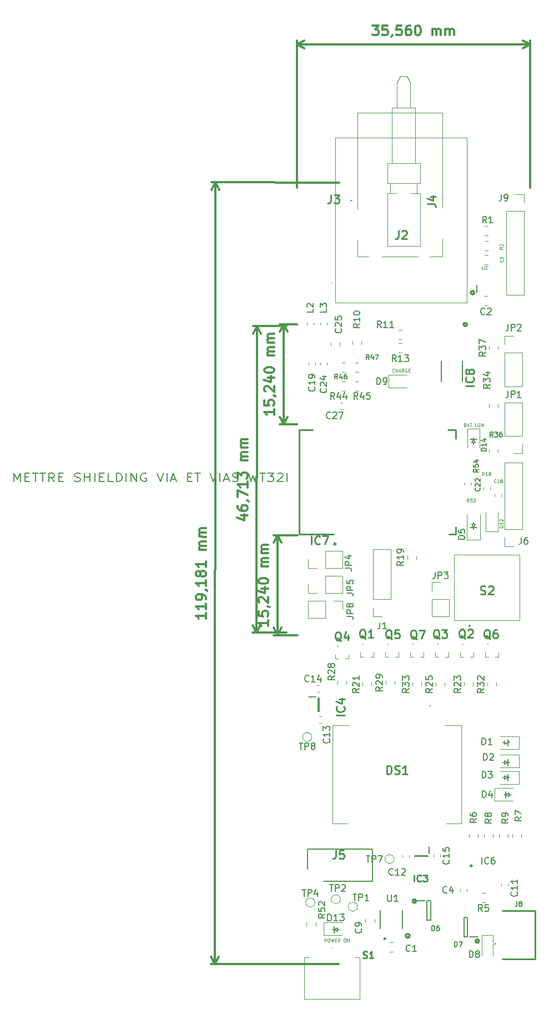
<source format=gbr>
G04 #@! TF.GenerationSoftware,KiCad,Pcbnew,(5.0.2)-1*
G04 #@! TF.CreationDate,2020-11-24T18:05:24+01:00*
G04 #@! TF.ProjectId,PCB_BLUETOOTH_V3,5043425f-424c-4554-9554-4f4f54485f56,rev?*
G04 #@! TF.SameCoordinates,Original*
G04 #@! TF.FileFunction,Legend,Top*
G04 #@! TF.FilePolarity,Positive*
%FSLAX46Y46*%
G04 Gerber Fmt 4.6, Leading zero omitted, Abs format (unit mm)*
G04 Created by KiCad (PCBNEW (5.0.2)-1) date 24/11/2020 18:05:24*
%MOMM*%
%LPD*%
G01*
G04 APERTURE LIST*
%ADD10C,0.300000*%
%ADD11C,0.200000*%
%ADD12C,0.125000*%
%ADD13C,0.120000*%
%ADD14C,0.254000*%
%ADD15C,0.100000*%
%ADD16C,0.152400*%
%ADD17C,0.150000*%
%ADD18C,0.250000*%
%ADD19C,0.187500*%
%ADD20C,0.075000*%
G04 APERTURE END LIST*
D10*
X128016000Y-58420000D02*
G75*
G03X128016000Y-58420000I-254000J0D01*
G01*
X129133600Y-53568600D02*
G75*
G03X129133600Y-53568600I-254000J0D01*
G01*
X120255000Y-146342000D02*
G75*
G03X120255000Y-146342000I-254000J0D01*
G01*
X129844800Y-152425400D02*
G75*
G03X129844800Y-152425400I-254000J0D01*
G01*
X119288605Y-151638000D02*
G75*
G03X119288605Y-151638000I-289605J0D01*
G01*
D11*
X107751775Y-150685163D02*
X108259775Y-150939163D01*
X107518200Y-150698200D02*
X107772200Y-150698200D01*
X108280200Y-150723600D02*
X108534200Y-150723600D01*
X107746800Y-151231600D02*
X107746800Y-150215600D01*
X108259775Y-150939163D02*
X108259775Y-150431163D01*
X108259775Y-150431163D02*
X107751775Y-150685163D01*
X133939175Y-130111163D02*
X134447175Y-130365163D01*
X133685175Y-130111163D02*
X133939175Y-130111163D01*
X134447175Y-130111163D02*
X134701175Y-130111163D01*
X133939175Y-130619163D02*
X133939175Y-129603163D01*
X134447175Y-130365163D02*
X134447175Y-129857163D01*
X134447175Y-129857163D02*
X133939175Y-130111163D01*
X134284825Y-127444837D02*
X133776825Y-127190837D01*
X134538825Y-127444837D02*
X134284825Y-127444837D01*
X133776825Y-127444837D02*
X133522825Y-127444837D01*
X134284825Y-126936837D02*
X134284825Y-127952837D01*
X133776825Y-127190837D02*
X133776825Y-127698837D01*
X133776825Y-127698837D02*
X134284825Y-127444837D01*
X134284825Y-125158837D02*
X133776825Y-124904837D01*
X134538825Y-125158837D02*
X134284825Y-125158837D01*
X133776825Y-125158837D02*
X133522825Y-125158837D01*
X134284825Y-124650837D02*
X134284825Y-125666837D01*
X133776825Y-124904837D02*
X133776825Y-125412837D01*
X133776825Y-125412837D02*
X134284825Y-125158837D01*
X134518400Y-122097800D02*
X134284825Y-122110837D01*
X133776825Y-122110837D02*
X133522825Y-122110837D01*
X134284825Y-121602837D02*
X134284825Y-122618837D01*
X133776825Y-121856837D02*
X133776825Y-122364837D01*
X133776825Y-122364837D02*
X134284825Y-122110837D01*
X129032000Y-89408000D02*
X129286000Y-88900000D01*
X129032000Y-89662000D02*
X129032000Y-89408000D01*
X129032000Y-88900000D02*
X129032000Y-88646000D01*
X129540000Y-89408000D02*
X128524000Y-89408000D01*
X129286000Y-88900000D02*
X128778000Y-88900000D01*
X128778000Y-88900000D02*
X129032000Y-89408000D01*
X129032000Y-75946000D02*
X128778000Y-76454000D01*
X129032000Y-75692000D02*
X129032000Y-75946000D01*
X129032000Y-76454000D02*
X129032000Y-76708000D01*
X128524000Y-75946000D02*
X129540000Y-75946000D01*
X128778000Y-76454000D02*
X129286000Y-76454000D01*
X129286000Y-76454000D02*
X129032000Y-75946000D01*
D12*
X127747876Y-73725885D02*
X127819304Y-73749695D01*
X127843114Y-73773504D01*
X127866923Y-73821123D01*
X127866923Y-73892552D01*
X127843114Y-73940171D01*
X127819304Y-73963980D01*
X127771685Y-73987790D01*
X127581209Y-73987790D01*
X127581209Y-73487790D01*
X127747876Y-73487790D01*
X127795495Y-73511600D01*
X127819304Y-73535409D01*
X127843114Y-73583028D01*
X127843114Y-73630647D01*
X127819304Y-73678266D01*
X127795495Y-73702076D01*
X127747876Y-73725885D01*
X127581209Y-73725885D01*
X128057400Y-73844933D02*
X128295495Y-73844933D01*
X128009780Y-73987790D02*
X128176447Y-73487790D01*
X128343114Y-73987790D01*
X128438352Y-73487790D02*
X128724066Y-73487790D01*
X128581209Y-73987790D02*
X128581209Y-73487790D01*
X129509780Y-73987790D02*
X129271685Y-73987790D01*
X129271685Y-73487790D01*
X129771685Y-73487790D02*
X129866923Y-73487790D01*
X129914542Y-73511600D01*
X129962161Y-73559219D01*
X129985971Y-73654457D01*
X129985971Y-73821123D01*
X129962161Y-73916361D01*
X129914542Y-73963980D01*
X129866923Y-73987790D01*
X129771685Y-73987790D01*
X129724066Y-73963980D01*
X129676447Y-73916361D01*
X129652638Y-73821123D01*
X129652638Y-73654457D01*
X129676447Y-73559219D01*
X129724066Y-73511600D01*
X129771685Y-73487790D01*
X130152638Y-73487790D02*
X130271685Y-73987790D01*
X130366923Y-73630647D01*
X130462161Y-73987790D01*
X130581209Y-73487790D01*
X106309552Y-152575390D02*
X106309552Y-152075390D01*
X106500028Y-152075390D01*
X106547647Y-152099200D01*
X106571457Y-152123009D01*
X106595266Y-152170628D01*
X106595266Y-152242057D01*
X106571457Y-152289676D01*
X106547647Y-152313485D01*
X106500028Y-152337295D01*
X106309552Y-152337295D01*
X106904790Y-152075390D02*
X107000028Y-152075390D01*
X107047647Y-152099200D01*
X107095266Y-152146819D01*
X107119076Y-152242057D01*
X107119076Y-152408723D01*
X107095266Y-152503961D01*
X107047647Y-152551580D01*
X107000028Y-152575390D01*
X106904790Y-152575390D01*
X106857171Y-152551580D01*
X106809552Y-152503961D01*
X106785742Y-152408723D01*
X106785742Y-152242057D01*
X106809552Y-152146819D01*
X106857171Y-152099200D01*
X106904790Y-152075390D01*
X107285742Y-152075390D02*
X107404790Y-152575390D01*
X107500028Y-152218247D01*
X107595266Y-152575390D01*
X107714314Y-152075390D01*
X107904790Y-152313485D02*
X108071457Y-152313485D01*
X108142885Y-152575390D02*
X107904790Y-152575390D01*
X107904790Y-152075390D01*
X108142885Y-152075390D01*
X108642885Y-152575390D02*
X108476219Y-152337295D01*
X108357171Y-152575390D02*
X108357171Y-152075390D01*
X108547647Y-152075390D01*
X108595266Y-152099200D01*
X108619076Y-152123009D01*
X108642885Y-152170628D01*
X108642885Y-152242057D01*
X108619076Y-152289676D01*
X108595266Y-152313485D01*
X108547647Y-152337295D01*
X108357171Y-152337295D01*
X109333361Y-152075390D02*
X109428600Y-152075390D01*
X109476219Y-152099200D01*
X109523838Y-152146819D01*
X109547647Y-152242057D01*
X109547647Y-152408723D01*
X109523838Y-152503961D01*
X109476219Y-152551580D01*
X109428600Y-152575390D01*
X109333361Y-152575390D01*
X109285742Y-152551580D01*
X109238123Y-152503961D01*
X109214314Y-152408723D01*
X109214314Y-152242057D01*
X109238123Y-152146819D01*
X109285742Y-152099200D01*
X109333361Y-152075390D01*
X109761933Y-152575390D02*
X109761933Y-152075390D01*
X110047647Y-152575390D01*
X110047647Y-152075390D01*
X116935380Y-65634371D02*
X116911571Y-65658180D01*
X116840142Y-65681990D01*
X116792523Y-65681990D01*
X116721095Y-65658180D01*
X116673476Y-65610561D01*
X116649666Y-65562942D01*
X116625857Y-65467704D01*
X116625857Y-65396276D01*
X116649666Y-65301038D01*
X116673476Y-65253419D01*
X116721095Y-65205800D01*
X116792523Y-65181990D01*
X116840142Y-65181990D01*
X116911571Y-65205800D01*
X116935380Y-65229609D01*
X117149666Y-65681990D02*
X117149666Y-65181990D01*
X117149666Y-65420085D02*
X117435380Y-65420085D01*
X117435380Y-65681990D02*
X117435380Y-65181990D01*
X117649666Y-65539133D02*
X117887761Y-65539133D01*
X117602047Y-65681990D02*
X117768714Y-65181990D01*
X117935380Y-65681990D01*
X118387761Y-65681990D02*
X118221095Y-65443895D01*
X118102047Y-65681990D02*
X118102047Y-65181990D01*
X118292523Y-65181990D01*
X118340142Y-65205800D01*
X118363952Y-65229609D01*
X118387761Y-65277228D01*
X118387761Y-65348657D01*
X118363952Y-65396276D01*
X118340142Y-65420085D01*
X118292523Y-65443895D01*
X118102047Y-65443895D01*
X118863952Y-65205800D02*
X118816333Y-65181990D01*
X118744904Y-65181990D01*
X118673476Y-65205800D01*
X118625857Y-65253419D01*
X118602047Y-65301038D01*
X118578238Y-65396276D01*
X118578238Y-65467704D01*
X118602047Y-65562942D01*
X118625857Y-65610561D01*
X118673476Y-65658180D01*
X118744904Y-65681990D01*
X118792523Y-65681990D01*
X118863952Y-65658180D01*
X118887761Y-65634371D01*
X118887761Y-65467704D01*
X118792523Y-65467704D01*
X119102047Y-65420085D02*
X119268714Y-65420085D01*
X119340142Y-65681990D02*
X119102047Y-65681990D01*
X119102047Y-65181990D01*
X119340142Y-65181990D01*
D11*
X58898857Y-82376095D02*
X58898857Y-81076095D01*
X59398857Y-82004666D01*
X59898857Y-81076095D01*
X59898857Y-82376095D01*
X60613142Y-81695142D02*
X61113142Y-81695142D01*
X61327428Y-82376095D02*
X60613142Y-82376095D01*
X60613142Y-81076095D01*
X61327428Y-81076095D01*
X61756000Y-81076095D02*
X62613142Y-81076095D01*
X62184571Y-82376095D02*
X62184571Y-81076095D01*
X62898857Y-81076095D02*
X63756000Y-81076095D01*
X63327428Y-82376095D02*
X63327428Y-81076095D01*
X65113142Y-82376095D02*
X64613142Y-81757047D01*
X64256000Y-82376095D02*
X64256000Y-81076095D01*
X64827428Y-81076095D01*
X64970285Y-81138000D01*
X65041714Y-81199904D01*
X65113142Y-81323714D01*
X65113142Y-81509428D01*
X65041714Y-81633238D01*
X64970285Y-81695142D01*
X64827428Y-81757047D01*
X64256000Y-81757047D01*
X65756000Y-81695142D02*
X66256000Y-81695142D01*
X66470285Y-82376095D02*
X65756000Y-82376095D01*
X65756000Y-81076095D01*
X66470285Y-81076095D01*
X68184571Y-82314190D02*
X68398857Y-82376095D01*
X68756000Y-82376095D01*
X68898857Y-82314190D01*
X68970285Y-82252285D01*
X69041714Y-82128476D01*
X69041714Y-82004666D01*
X68970285Y-81880857D01*
X68898857Y-81818952D01*
X68756000Y-81757047D01*
X68470285Y-81695142D01*
X68327428Y-81633238D01*
X68256000Y-81571333D01*
X68184571Y-81447523D01*
X68184571Y-81323714D01*
X68256000Y-81199904D01*
X68327428Y-81138000D01*
X68470285Y-81076095D01*
X68827428Y-81076095D01*
X69041714Y-81138000D01*
X69684571Y-82376095D02*
X69684571Y-81076095D01*
X69684571Y-81695142D02*
X70541714Y-81695142D01*
X70541714Y-82376095D02*
X70541714Y-81076095D01*
X71256000Y-82376095D02*
X71256000Y-81076095D01*
X71970285Y-81695142D02*
X72470285Y-81695142D01*
X72684571Y-82376095D02*
X71970285Y-82376095D01*
X71970285Y-81076095D01*
X72684571Y-81076095D01*
X74041714Y-82376095D02*
X73327428Y-82376095D01*
X73327428Y-81076095D01*
X74541714Y-82376095D02*
X74541714Y-81076095D01*
X74898857Y-81076095D01*
X75113142Y-81138000D01*
X75256000Y-81261809D01*
X75327428Y-81385619D01*
X75398857Y-81633238D01*
X75398857Y-81818952D01*
X75327428Y-82066571D01*
X75256000Y-82190380D01*
X75113142Y-82314190D01*
X74898857Y-82376095D01*
X74541714Y-82376095D01*
X76041714Y-82376095D02*
X76041714Y-81076095D01*
X76756000Y-82376095D02*
X76756000Y-81076095D01*
X77613142Y-82376095D01*
X77613142Y-81076095D01*
X79113142Y-81138000D02*
X78970285Y-81076095D01*
X78756000Y-81076095D01*
X78541714Y-81138000D01*
X78398857Y-81261809D01*
X78327428Y-81385619D01*
X78256000Y-81633238D01*
X78256000Y-81818952D01*
X78327428Y-82066571D01*
X78398857Y-82190380D01*
X78541714Y-82314190D01*
X78756000Y-82376095D01*
X78898857Y-82376095D01*
X79113142Y-82314190D01*
X79184571Y-82252285D01*
X79184571Y-81818952D01*
X78898857Y-81818952D01*
X80756000Y-81076095D02*
X81256000Y-82376095D01*
X81756000Y-81076095D01*
X82256000Y-82376095D02*
X82256000Y-81076095D01*
X82898857Y-82004666D02*
X83613142Y-82004666D01*
X82756000Y-82376095D02*
X83256000Y-81076095D01*
X83756000Y-82376095D01*
X85398857Y-81695142D02*
X85898857Y-81695142D01*
X86113142Y-82376095D02*
X85398857Y-82376095D01*
X85398857Y-81076095D01*
X86113142Y-81076095D01*
X86541714Y-81076095D02*
X87398857Y-81076095D01*
X86970285Y-82376095D02*
X86970285Y-81076095D01*
X88827428Y-81076095D02*
X89327428Y-82376095D01*
X89827428Y-81076095D01*
X90327428Y-82376095D02*
X90327428Y-81076095D01*
X90970285Y-82004666D02*
X91684571Y-82004666D01*
X90827428Y-82376095D02*
X91327428Y-81076095D01*
X91827428Y-82376095D01*
X92256000Y-82314190D02*
X92470285Y-82376095D01*
X92827428Y-82376095D01*
X92970285Y-82314190D01*
X93041714Y-82252285D01*
X93113142Y-82128476D01*
X93113142Y-82004666D01*
X93041714Y-81880857D01*
X92970285Y-81818952D01*
X92827428Y-81757047D01*
X92541714Y-81695142D01*
X92398857Y-81633238D01*
X92327428Y-81571333D01*
X92256000Y-81447523D01*
X92256000Y-81323714D01*
X92327428Y-81199904D01*
X92398857Y-81138000D01*
X92541714Y-81076095D01*
X92898857Y-81076095D01*
X93113142Y-81138000D01*
X94756000Y-81076095D02*
X95113142Y-82376095D01*
X95398857Y-81447523D01*
X95684571Y-82376095D01*
X96041714Y-81076095D01*
X96398857Y-81076095D02*
X97256000Y-81076095D01*
X96827428Y-82376095D02*
X96827428Y-81076095D01*
X97613142Y-81076095D02*
X98541714Y-81076095D01*
X98041714Y-81571333D01*
X98256000Y-81571333D01*
X98398857Y-81633238D01*
X98470285Y-81695142D01*
X98541714Y-81818952D01*
X98541714Y-82128476D01*
X98470285Y-82252285D01*
X98398857Y-82314190D01*
X98256000Y-82376095D01*
X97827428Y-82376095D01*
X97684571Y-82314190D01*
X97613142Y-82252285D01*
X99113142Y-81199904D02*
X99184571Y-81138000D01*
X99327428Y-81076095D01*
X99684571Y-81076095D01*
X99827428Y-81138000D01*
X99898857Y-81199904D01*
X99970285Y-81323714D01*
X99970285Y-81447523D01*
X99898857Y-81633238D01*
X99041714Y-82376095D01*
X99970285Y-82376095D01*
X100613142Y-82376095D02*
X100613142Y-81076095D01*
D10*
X113602285Y-12826571D02*
X114530857Y-12826571D01*
X114030857Y-13398000D01*
X114245142Y-13398000D01*
X114388000Y-13469428D01*
X114459428Y-13540857D01*
X114530857Y-13683714D01*
X114530857Y-14040857D01*
X114459428Y-14183714D01*
X114388000Y-14255142D01*
X114245142Y-14326571D01*
X113816571Y-14326571D01*
X113673714Y-14255142D01*
X113602285Y-14183714D01*
X115888000Y-12826571D02*
X115173714Y-12826571D01*
X115102285Y-13540857D01*
X115173714Y-13469428D01*
X115316571Y-13398000D01*
X115673714Y-13398000D01*
X115816571Y-13469428D01*
X115888000Y-13540857D01*
X115959428Y-13683714D01*
X115959428Y-14040857D01*
X115888000Y-14183714D01*
X115816571Y-14255142D01*
X115673714Y-14326571D01*
X115316571Y-14326571D01*
X115173714Y-14255142D01*
X115102285Y-14183714D01*
X116673714Y-14255142D02*
X116673714Y-14326571D01*
X116602285Y-14469428D01*
X116530857Y-14540857D01*
X118030857Y-12826571D02*
X117316571Y-12826571D01*
X117245142Y-13540857D01*
X117316571Y-13469428D01*
X117459428Y-13398000D01*
X117816571Y-13398000D01*
X117959428Y-13469428D01*
X118030857Y-13540857D01*
X118102285Y-13683714D01*
X118102285Y-14040857D01*
X118030857Y-14183714D01*
X117959428Y-14255142D01*
X117816571Y-14326571D01*
X117459428Y-14326571D01*
X117316571Y-14255142D01*
X117245142Y-14183714D01*
X119388000Y-12826571D02*
X119102285Y-12826571D01*
X118959428Y-12898000D01*
X118888000Y-12969428D01*
X118745142Y-13183714D01*
X118673714Y-13469428D01*
X118673714Y-14040857D01*
X118745142Y-14183714D01*
X118816571Y-14255142D01*
X118959428Y-14326571D01*
X119245142Y-14326571D01*
X119388000Y-14255142D01*
X119459428Y-14183714D01*
X119530857Y-14040857D01*
X119530857Y-13683714D01*
X119459428Y-13540857D01*
X119388000Y-13469428D01*
X119245142Y-13398000D01*
X118959428Y-13398000D01*
X118816571Y-13469428D01*
X118745142Y-13540857D01*
X118673714Y-13683714D01*
X120459428Y-12826571D02*
X120602285Y-12826571D01*
X120745142Y-12898000D01*
X120816571Y-12969428D01*
X120888000Y-13112285D01*
X120959428Y-13398000D01*
X120959428Y-13755142D01*
X120888000Y-14040857D01*
X120816571Y-14183714D01*
X120745142Y-14255142D01*
X120602285Y-14326571D01*
X120459428Y-14326571D01*
X120316571Y-14255142D01*
X120245142Y-14183714D01*
X120173714Y-14040857D01*
X120102285Y-13755142D01*
X120102285Y-13398000D01*
X120173714Y-13112285D01*
X120245142Y-12969428D01*
X120316571Y-12898000D01*
X120459428Y-12826571D01*
X122745142Y-14326571D02*
X122745142Y-13326571D01*
X122745142Y-13469428D02*
X122816571Y-13398000D01*
X122959428Y-13326571D01*
X123173714Y-13326571D01*
X123316571Y-13398000D01*
X123388000Y-13540857D01*
X123388000Y-14326571D01*
X123388000Y-13540857D02*
X123459428Y-13398000D01*
X123602285Y-13326571D01*
X123816571Y-13326571D01*
X123959428Y-13398000D01*
X124030857Y-13540857D01*
X124030857Y-14326571D01*
X124745142Y-14326571D02*
X124745142Y-13326571D01*
X124745142Y-13469428D02*
X124816571Y-13398000D01*
X124959428Y-13326571D01*
X125173714Y-13326571D01*
X125316571Y-13398000D01*
X125388000Y-13540857D01*
X125388000Y-14326571D01*
X125388000Y-13540857D02*
X125459428Y-13398000D01*
X125602285Y-13326571D01*
X125816571Y-13326571D01*
X125959428Y-13398000D01*
X126030857Y-13540857D01*
X126030857Y-14326571D01*
X102108000Y-15748000D02*
X137668000Y-15748000D01*
X102108000Y-37592000D02*
X102108000Y-15161579D01*
X137668000Y-37592000D02*
X137668000Y-15161579D01*
X137668000Y-15748000D02*
X136541496Y-16334421D01*
X137668000Y-15748000D02*
X136541496Y-15161579D01*
X102108000Y-15748000D02*
X103234504Y-16334421D01*
X102108000Y-15748000D02*
X103234504Y-15161579D01*
X98616607Y-71365722D02*
X98616607Y-72222865D01*
X98616607Y-71794294D02*
X97116607Y-71794294D01*
X97330893Y-71937151D01*
X97473750Y-72080008D01*
X97545178Y-72222865D01*
X97116607Y-70008580D02*
X97116607Y-70722865D01*
X97830893Y-70794294D01*
X97759464Y-70722865D01*
X97688036Y-70580008D01*
X97688036Y-70222865D01*
X97759464Y-70080008D01*
X97830893Y-70008580D01*
X97973750Y-69937151D01*
X98330893Y-69937151D01*
X98473750Y-70008580D01*
X98545178Y-70080008D01*
X98616607Y-70222865D01*
X98616607Y-70580008D01*
X98545178Y-70722865D01*
X98473750Y-70794294D01*
X98545178Y-69222865D02*
X98616607Y-69222865D01*
X98759464Y-69294294D01*
X98830893Y-69365722D01*
X97259464Y-68651437D02*
X97188036Y-68580008D01*
X97116607Y-68437151D01*
X97116607Y-68080008D01*
X97188036Y-67937151D01*
X97259464Y-67865722D01*
X97402321Y-67794294D01*
X97545178Y-67794294D01*
X97759464Y-67865722D01*
X98616607Y-68722865D01*
X98616607Y-67794294D01*
X97616607Y-66508580D02*
X98616607Y-66508580D01*
X97045178Y-66865722D02*
X98116607Y-67222865D01*
X98116607Y-66294294D01*
X97116607Y-65437151D02*
X97116607Y-65294294D01*
X97188036Y-65151437D01*
X97259464Y-65080008D01*
X97402321Y-65008580D01*
X97688036Y-64937151D01*
X98045178Y-64937151D01*
X98330893Y-65008580D01*
X98473750Y-65080008D01*
X98545178Y-65151437D01*
X98616607Y-65294294D01*
X98616607Y-65437151D01*
X98545178Y-65580008D01*
X98473750Y-65651437D01*
X98330893Y-65722865D01*
X98045178Y-65794294D01*
X97688036Y-65794294D01*
X97402321Y-65722865D01*
X97259464Y-65651437D01*
X97188036Y-65580008D01*
X97116607Y-65437151D01*
X98616607Y-63151437D02*
X97616607Y-63151437D01*
X97759464Y-63151437D02*
X97688036Y-63080008D01*
X97616607Y-62937151D01*
X97616607Y-62722865D01*
X97688036Y-62580008D01*
X97830893Y-62508580D01*
X98616607Y-62508580D01*
X97830893Y-62508580D02*
X97688036Y-62437151D01*
X97616607Y-62294294D01*
X97616607Y-62080008D01*
X97688036Y-61937151D01*
X97830893Y-61865722D01*
X98616607Y-61865722D01*
X98616607Y-61151437D02*
X97616607Y-61151437D01*
X97759464Y-61151437D02*
X97688036Y-61080008D01*
X97616607Y-60937151D01*
X97616607Y-60722865D01*
X97688036Y-60580008D01*
X97830893Y-60508580D01*
X98616607Y-60508580D01*
X97830893Y-60508580D02*
X97688036Y-60437151D01*
X97616607Y-60294294D01*
X97616607Y-60080008D01*
X97688036Y-59937151D01*
X97830893Y-59865722D01*
X98616607Y-59865722D01*
X100038036Y-73628580D02*
X100038036Y-58388580D01*
X102070036Y-73628580D02*
X99451615Y-73628580D01*
X102070036Y-58388580D02*
X99451615Y-58388580D01*
X100038036Y-58388580D02*
X100624457Y-59515084D01*
X100038036Y-58388580D02*
X99451615Y-59515084D01*
X100038036Y-73628580D02*
X100624457Y-72502076D01*
X100038036Y-73628580D02*
X99451615Y-72502076D01*
X93541597Y-87534721D02*
X94541596Y-87535856D01*
X92969764Y-87891215D02*
X94040786Y-88249574D01*
X94041840Y-87321003D01*
X93043219Y-86105583D02*
X93042894Y-86391297D01*
X93114161Y-86534235D01*
X93185508Y-86605745D01*
X93399632Y-86748845D01*
X93685265Y-86820598D01*
X94256693Y-86821247D01*
X94399631Y-86749980D01*
X94471141Y-86678633D01*
X94542731Y-86535857D01*
X94543056Y-86250143D01*
X94471789Y-86107205D01*
X94400442Y-86035695D01*
X94257666Y-85964104D01*
X93900523Y-85963699D01*
X93757585Y-86034965D01*
X93686075Y-86106313D01*
X93614485Y-86249089D01*
X93614161Y-86534803D01*
X93685427Y-86677741D01*
X93756774Y-86749251D01*
X93899550Y-86820841D01*
X94472762Y-85250062D02*
X94544191Y-85250143D01*
X94686967Y-85321734D01*
X94758314Y-85393244D01*
X93044759Y-84748441D02*
X93045894Y-83748442D01*
X94545163Y-84393001D01*
X94547433Y-82393002D02*
X94546460Y-83250145D01*
X94546947Y-82821573D02*
X93046948Y-82819871D01*
X93261071Y-82962971D01*
X93403766Y-83105990D01*
X93475032Y-83248929D01*
X93048002Y-81891300D02*
X93049055Y-80962729D01*
X93619916Y-81463378D01*
X93620159Y-81249092D01*
X93691750Y-81106316D01*
X93763260Y-81034969D01*
X93906198Y-80963702D01*
X94263340Y-80964107D01*
X94406116Y-81035698D01*
X94477464Y-81107208D01*
X94548730Y-81250146D01*
X94548244Y-81678717D01*
X94476653Y-81821493D01*
X94405144Y-81892840D01*
X94551081Y-79178719D02*
X93551082Y-79177584D01*
X93693939Y-79177746D02*
X93622591Y-79106236D01*
X93551325Y-78963298D01*
X93551568Y-78749013D01*
X93623159Y-78606237D01*
X93766097Y-78534970D01*
X94551811Y-78535862D01*
X93766097Y-78534970D02*
X93623321Y-78463379D01*
X93552055Y-78320441D01*
X93552298Y-78106156D01*
X93623888Y-77963380D01*
X93766827Y-77892113D01*
X94552540Y-77893005D01*
X94553351Y-77178720D02*
X93553352Y-77177585D01*
X93696209Y-77177747D02*
X93624861Y-77106238D01*
X93553595Y-76963299D01*
X93553838Y-76749014D01*
X93625429Y-76606238D01*
X93768367Y-76534971D01*
X94554081Y-76535863D01*
X93768367Y-76534971D02*
X93625591Y-76463381D01*
X93554324Y-76320443D01*
X93554568Y-76106157D01*
X93626158Y-75963381D01*
X93769096Y-75892115D01*
X94554810Y-75893006D01*
X95942760Y-105393776D02*
X95995775Y-58681170D01*
X100461742Y-105398905D02*
X95356340Y-105393111D01*
X100514757Y-58686299D02*
X95409355Y-58680505D01*
X95995775Y-58681170D02*
X96580917Y-59808339D01*
X95995775Y-58681170D02*
X95408076Y-59807007D01*
X95942760Y-105393776D02*
X96530459Y-104267939D01*
X95942760Y-105393776D02*
X95357618Y-104266607D01*
X97722265Y-103528762D02*
X97722265Y-104385905D01*
X97722265Y-103957334D02*
X96222265Y-103957334D01*
X96436551Y-104100191D01*
X96579408Y-104243048D01*
X96650836Y-104385905D01*
X96222265Y-102171620D02*
X96222265Y-102885905D01*
X96936551Y-102957334D01*
X96865122Y-102885905D01*
X96793694Y-102743048D01*
X96793694Y-102385905D01*
X96865122Y-102243048D01*
X96936551Y-102171620D01*
X97079408Y-102100191D01*
X97436551Y-102100191D01*
X97579408Y-102171620D01*
X97650836Y-102243048D01*
X97722265Y-102385905D01*
X97722265Y-102743048D01*
X97650836Y-102885905D01*
X97579408Y-102957334D01*
X97650836Y-101385905D02*
X97722265Y-101385905D01*
X97865122Y-101457334D01*
X97936551Y-101528762D01*
X96365122Y-100814477D02*
X96293694Y-100743048D01*
X96222265Y-100600191D01*
X96222265Y-100243048D01*
X96293694Y-100100191D01*
X96365122Y-100028762D01*
X96507979Y-99957334D01*
X96650836Y-99957334D01*
X96865122Y-100028762D01*
X97722265Y-100885905D01*
X97722265Y-99957334D01*
X96722265Y-98671620D02*
X97722265Y-98671620D01*
X96150836Y-99028762D02*
X97222265Y-99385905D01*
X97222265Y-98457334D01*
X96222265Y-97600191D02*
X96222265Y-97457334D01*
X96293694Y-97314477D01*
X96365122Y-97243048D01*
X96507979Y-97171620D01*
X96793694Y-97100191D01*
X97150836Y-97100191D01*
X97436551Y-97171620D01*
X97579408Y-97243048D01*
X97650836Y-97314477D01*
X97722265Y-97457334D01*
X97722265Y-97600191D01*
X97650836Y-97743048D01*
X97579408Y-97814477D01*
X97436551Y-97885905D01*
X97150836Y-97957334D01*
X96793694Y-97957334D01*
X96507979Y-97885905D01*
X96365122Y-97814477D01*
X96293694Y-97743048D01*
X96222265Y-97600191D01*
X97722265Y-95314477D02*
X96722265Y-95314477D01*
X96865122Y-95314477D02*
X96793694Y-95243048D01*
X96722265Y-95100191D01*
X96722265Y-94885905D01*
X96793694Y-94743048D01*
X96936551Y-94671620D01*
X97722265Y-94671620D01*
X96936551Y-94671620D02*
X96793694Y-94600191D01*
X96722265Y-94457334D01*
X96722265Y-94243048D01*
X96793694Y-94100191D01*
X96936551Y-94028762D01*
X97722265Y-94028762D01*
X97722265Y-93314477D02*
X96722265Y-93314477D01*
X96865122Y-93314477D02*
X96793694Y-93243048D01*
X96722265Y-93100191D01*
X96722265Y-92885905D01*
X96793694Y-92743048D01*
X96936551Y-92671620D01*
X97722265Y-92671620D01*
X96936551Y-92671620D02*
X96793694Y-92600191D01*
X96722265Y-92457334D01*
X96722265Y-92243048D01*
X96793694Y-92100191D01*
X96936551Y-92028762D01*
X97722265Y-92028762D01*
X99143694Y-90551620D02*
X99143694Y-105791620D01*
X102191694Y-90551620D02*
X98557273Y-90551620D01*
X102191694Y-105791620D02*
X98557273Y-105791620D01*
X99143694Y-105791620D02*
X98557273Y-104665116D01*
X99143694Y-105791620D02*
X99730115Y-104665116D01*
X99143694Y-90551620D02*
X98557273Y-91678124D01*
X99143694Y-90551620D02*
X99730115Y-91678124D01*
X88199441Y-102424213D02*
X88198904Y-103281356D01*
X88199173Y-102852784D02*
X86699173Y-102851845D01*
X86913369Y-102994836D01*
X87056137Y-103137783D01*
X87127476Y-103280684D01*
X88200336Y-100995642D02*
X88199799Y-101852785D01*
X88200068Y-101424213D02*
X86700068Y-101423273D01*
X86914264Y-101566265D01*
X87057032Y-101709211D01*
X87128371Y-101852113D01*
X88200784Y-100281356D02*
X88200963Y-99995642D01*
X88129624Y-99852740D01*
X88058240Y-99781267D01*
X87844044Y-99638275D01*
X87558374Y-99566668D01*
X86986946Y-99566310D01*
X86844044Y-99637649D01*
X86772571Y-99709033D01*
X86701053Y-99851845D01*
X86700874Y-100137559D01*
X86772213Y-100280461D01*
X86843596Y-100351935D01*
X86986409Y-100423453D01*
X87343552Y-100423676D01*
X87486453Y-100352337D01*
X87557927Y-100280954D01*
X87629445Y-100138141D01*
X87629624Y-99852427D01*
X87558285Y-99709525D01*
X87486901Y-99638052D01*
X87344089Y-99566534D01*
X88130250Y-98852740D02*
X88201679Y-98852785D01*
X88344491Y-98924303D01*
X88415875Y-98995776D01*
X88202574Y-97424214D02*
X88202037Y-98281357D01*
X88202305Y-97852785D02*
X86702305Y-97851846D01*
X86916502Y-97994837D01*
X87059269Y-98137784D01*
X87130608Y-98280685D01*
X87345968Y-96566534D02*
X87274450Y-96709347D01*
X87202977Y-96780730D01*
X87060075Y-96852070D01*
X86988646Y-96852025D01*
X86845834Y-96780507D01*
X86774450Y-96709033D01*
X86703111Y-96566132D01*
X86703290Y-96280417D01*
X86774808Y-96137605D01*
X86846281Y-96066221D01*
X86989183Y-95994882D01*
X87060612Y-95994927D01*
X87203424Y-96066445D01*
X87274808Y-96137918D01*
X87346147Y-96280820D01*
X87345968Y-96566534D01*
X87417307Y-96709436D01*
X87488691Y-96780909D01*
X87631503Y-96852428D01*
X87917217Y-96852607D01*
X88060119Y-96781267D01*
X88131593Y-96709884D01*
X88203111Y-96567071D01*
X88203290Y-96281357D01*
X88131950Y-96138455D01*
X88060567Y-96066982D01*
X87917754Y-95995464D01*
X87632040Y-95995285D01*
X87489138Y-96066624D01*
X87417665Y-96138008D01*
X87346147Y-96280820D01*
X88204363Y-94567072D02*
X88203826Y-95424214D01*
X88204095Y-94995643D02*
X86704095Y-94994703D01*
X86918291Y-95137695D01*
X87061059Y-95280641D01*
X87132398Y-95423543D01*
X88205482Y-92781358D02*
X87205482Y-92780731D01*
X87348339Y-92780821D02*
X87276956Y-92709347D01*
X87205617Y-92566446D01*
X87205751Y-92352160D01*
X87277269Y-92209348D01*
X87420171Y-92138008D01*
X88205885Y-92138501D01*
X87420171Y-92138008D02*
X87277358Y-92066490D01*
X87206019Y-91923589D01*
X87206153Y-91709303D01*
X87277672Y-91566491D01*
X87420573Y-91495151D01*
X88206288Y-91495644D01*
X88206735Y-90781358D02*
X87206735Y-90780732D01*
X87349592Y-90780821D02*
X87278208Y-90709348D01*
X87206869Y-90566446D01*
X87207004Y-90352160D01*
X87278522Y-90209348D01*
X87421424Y-90138009D01*
X88207138Y-90138501D01*
X87421424Y-90138009D02*
X87278611Y-90066491D01*
X87207272Y-89923589D01*
X87207406Y-89709303D01*
X87278924Y-89566491D01*
X87421826Y-89495152D01*
X88207540Y-89495644D01*
X89587344Y-155944179D02*
X89662004Y-36763175D01*
X108458000Y-155956000D02*
X89000923Y-155943811D01*
X108532660Y-36774996D02*
X89075583Y-36762807D01*
X89662004Y-36763175D02*
X90247719Y-37890046D01*
X89662004Y-36763175D02*
X89074878Y-37889311D01*
X89587344Y-155944179D02*
X90174470Y-154818043D01*
X89587344Y-155944179D02*
X89001629Y-154817308D01*
D13*
G04 #@! TO.C,R18*
X131548600Y-83318533D02*
X131548600Y-83661067D01*
X130528600Y-83318533D02*
X130528600Y-83661067D01*
G04 #@! TO.C,D9*
X116032500Y-68016000D02*
X118892500Y-68016000D01*
X116032500Y-66096000D02*
X116032500Y-68016000D01*
X118892500Y-66096000D02*
X116032500Y-66096000D01*
G04 #@! TO.C,D1*
X133075500Y-123134000D02*
X135935500Y-123134000D01*
X135935500Y-123134000D02*
X135935500Y-121214000D01*
X135935500Y-121214000D02*
X133075500Y-121214000D01*
G04 #@! TO.C,D2*
X135935500Y-124008000D02*
X133075500Y-124008000D01*
X135935500Y-125928000D02*
X135935500Y-124008000D01*
X133075500Y-125928000D02*
X135935500Y-125928000D01*
G04 #@! TO.C,D3*
X133075500Y-128468000D02*
X135935500Y-128468000D01*
X135935500Y-128468000D02*
X135935500Y-126548000D01*
X135935500Y-126548000D02*
X133075500Y-126548000D01*
G04 #@! TO.C,D12*
X132786000Y-89961500D02*
X132786000Y-87101500D01*
X130866000Y-89961500D02*
X132786000Y-89961500D01*
X130866000Y-87101500D02*
X130866000Y-89961500D01*
G04 #@! TO.C,D13*
X109000800Y-149585800D02*
X106140800Y-149585800D01*
X106140800Y-149585800D02*
X106140800Y-151505800D01*
X106140800Y-151505800D02*
X109000800Y-151505800D01*
G04 #@! TO.C,D4*
X132215500Y-131008000D02*
X135075500Y-131008000D01*
X132215500Y-129088000D02*
X132215500Y-131008000D01*
X135075500Y-129088000D02*
X132215500Y-129088000D01*
G04 #@! TO.C,D14*
X129992000Y-77163500D02*
X129992000Y-74303500D01*
X129992000Y-74303500D02*
X128072000Y-74303500D01*
X128072000Y-74303500D02*
X128072000Y-77163500D01*
D14*
G04 #@! TO.C,IC7*
X102436000Y-90416000D02*
X102436000Y-74516000D01*
X102436000Y-90416000D02*
X107678000Y-90416000D01*
X102436000Y-74516000D02*
X104467000Y-74516000D01*
X126336000Y-90416000D02*
X126336000Y-89270000D01*
X126336000Y-90416000D02*
X125270000Y-90416000D01*
X126336000Y-74516000D02*
X125166000Y-74516000D01*
X126336000Y-74516000D02*
X126336000Y-75866000D01*
X108062000Y-91888000D02*
G75*
G03X108062000Y-91888000I-174000J0D01*
G01*
D11*
G04 #@! TO.C,D7*
X129713200Y-151791800D02*
X128463200Y-151791800D01*
X128113200Y-148841800D02*
X128113200Y-151741800D01*
X127563200Y-148841800D02*
X128113200Y-148841800D01*
X127563200Y-151741800D02*
X127563200Y-148841800D01*
X128113200Y-151741800D02*
X127563200Y-151741800D01*
D15*
G04 #@! TO.C,Q6*
X131226000Y-107158000D02*
G75*
G03X131126000Y-107158000I-50000J0D01*
G01*
X131126000Y-107158000D02*
G75*
G03X131226000Y-107158000I50000J0D01*
G01*
X131126000Y-107158000D02*
X131126000Y-107158000D01*
X131226000Y-107158000D02*
X131226000Y-107158000D01*
X130826000Y-109083000D02*
X130826000Y-108458000D01*
X131326000Y-109083000D02*
X130826000Y-109083000D01*
X132826000Y-109083000D02*
X132826000Y-108458000D01*
X132326000Y-109083000D02*
X132826000Y-109083000D01*
G04 #@! TO.C,Q5*
X117086000Y-109083000D02*
X117586000Y-109083000D01*
X117586000Y-109083000D02*
X117586000Y-108458000D01*
X116086000Y-109083000D02*
X115586000Y-109083000D01*
X115586000Y-109083000D02*
X115586000Y-108458000D01*
X115986000Y-107158000D02*
X115986000Y-107158000D01*
X115886000Y-107158000D02*
X115886000Y-107158000D01*
X115886000Y-107158000D02*
G75*
G03X115986000Y-107158000I50000J0D01*
G01*
X115986000Y-107158000D02*
G75*
G03X115886000Y-107158000I-50000J0D01*
G01*
G04 #@! TO.C,Q4*
X108340600Y-107437400D02*
G75*
G03X108240600Y-107437400I-50000J0D01*
G01*
X108240600Y-107437400D02*
G75*
G03X108340600Y-107437400I50000J0D01*
G01*
X108240600Y-107437400D02*
X108240600Y-107437400D01*
X108340600Y-107437400D02*
X108340600Y-107437400D01*
X107940600Y-109362400D02*
X107940600Y-108737400D01*
X108440600Y-109362400D02*
X107940600Y-109362400D01*
X109940600Y-109362400D02*
X109940600Y-108737400D01*
X109440600Y-109362400D02*
X109940600Y-109362400D01*
G04 #@! TO.C,Q3*
X124706000Y-109083000D02*
X125206000Y-109083000D01*
X125206000Y-109083000D02*
X125206000Y-108458000D01*
X123706000Y-109083000D02*
X123206000Y-109083000D01*
X123206000Y-109083000D02*
X123206000Y-108458000D01*
X123606000Y-107158000D02*
X123606000Y-107158000D01*
X123506000Y-107158000D02*
X123506000Y-107158000D01*
X123506000Y-107158000D02*
G75*
G03X123606000Y-107158000I50000J0D01*
G01*
X123606000Y-107158000D02*
G75*
G03X123506000Y-107158000I-50000J0D01*
G01*
G04 #@! TO.C,Q2*
X127416000Y-107158000D02*
G75*
G03X127316000Y-107158000I-50000J0D01*
G01*
X127316000Y-107158000D02*
G75*
G03X127416000Y-107158000I50000J0D01*
G01*
X127316000Y-107158000D02*
X127316000Y-107158000D01*
X127416000Y-107158000D02*
X127416000Y-107158000D01*
X127016000Y-109083000D02*
X127016000Y-108458000D01*
X127516000Y-109083000D02*
X127016000Y-109083000D01*
X129016000Y-109083000D02*
X129016000Y-108458000D01*
X128516000Y-109083000D02*
X129016000Y-109083000D01*
G04 #@! TO.C,Q1*
X113276000Y-109083000D02*
X113776000Y-109083000D01*
X113776000Y-109083000D02*
X113776000Y-108458000D01*
X112276000Y-109083000D02*
X111776000Y-109083000D01*
X111776000Y-109083000D02*
X111776000Y-108458000D01*
X112176000Y-107158000D02*
X112176000Y-107158000D01*
X112076000Y-107158000D02*
X112076000Y-107158000D01*
X112076000Y-107158000D02*
G75*
G03X112176000Y-107158000I50000J0D01*
G01*
X112176000Y-107158000D02*
G75*
G03X112076000Y-107158000I-50000J0D01*
G01*
G04 #@! TO.C,Q7*
X119796000Y-107158000D02*
G75*
G03X119696000Y-107158000I-50000J0D01*
G01*
X119696000Y-107158000D02*
G75*
G03X119796000Y-107158000I50000J0D01*
G01*
X119696000Y-107158000D02*
X119696000Y-107158000D01*
X119796000Y-107158000D02*
X119796000Y-107158000D01*
X119396000Y-109083000D02*
X119396000Y-108458000D01*
X119896000Y-109083000D02*
X119396000Y-109083000D01*
X121396000Y-109083000D02*
X121396000Y-108458000D01*
X120896000Y-109083000D02*
X121396000Y-109083000D01*
D13*
G04 #@! TO.C,JP3*
X122647400Y-102904600D02*
X125307400Y-102904600D01*
X122647400Y-100304600D02*
X122647400Y-102904600D01*
X125307400Y-100304600D02*
X125307400Y-102904600D01*
X122647400Y-100304600D02*
X125307400Y-100304600D01*
X122647400Y-99034600D02*
X122647400Y-97704600D01*
X122647400Y-97704600D02*
X123977400Y-97704600D01*
G04 #@! TO.C,C2*
X131172852Y-55523200D02*
X130650348Y-55523200D01*
X131172852Y-54103200D02*
X130650348Y-54103200D01*
D15*
G04 #@! TO.C,S1*
X110982000Y-154908200D02*
X111652000Y-154908200D01*
X111652000Y-154908200D02*
X111652000Y-161308200D01*
X111652000Y-161308200D02*
X103232000Y-161308200D01*
X103232000Y-161308200D02*
X103232000Y-154908200D01*
X103232000Y-154908200D02*
X103982000Y-154908200D01*
X107442000Y-153508200D02*
X107442000Y-153508200D01*
X107442000Y-153408200D02*
X107442000Y-153408200D01*
X107442000Y-153408200D02*
G75*
G02X107442000Y-153508200I0J-50000D01*
G01*
X107442000Y-153508200D02*
G75*
G02X107442000Y-153408200I0J50000D01*
G01*
D11*
G04 #@! TO.C,J5*
X106172000Y-143278000D02*
X113622000Y-143278000D01*
X113622000Y-143278000D02*
X113622000Y-138378000D01*
X113622000Y-138378000D02*
X103722000Y-138378000D01*
X103722000Y-138378000D02*
X103722000Y-141478000D01*
D14*
G04 #@! TO.C,IC6*
X128806000Y-140948000D02*
G75*
G03X128806000Y-140948000I-125000J0D01*
G01*
D13*
G04 #@! TO.C,R34*
X131370000Y-70613748D02*
X131370000Y-71136252D01*
X132790000Y-70613748D02*
X132790000Y-71136252D01*
G04 #@! TO.C,R37*
X131370000Y-62228252D02*
X131370000Y-61705748D01*
X132790000Y-62228252D02*
X132790000Y-61705748D01*
D15*
G04 #@! TO.C,DS1*
X124848000Y-134500000D02*
X127148000Y-134500000D01*
X127148000Y-134500000D02*
X127148000Y-134500000D01*
X127148000Y-134500000D02*
X124848000Y-134500000D01*
X124848000Y-134500000D02*
X124848000Y-134500000D01*
X127148000Y-119500000D02*
X124598000Y-119500000D01*
X124598000Y-119500000D02*
X124598000Y-119500000D01*
X124598000Y-119500000D02*
X127148000Y-119500000D01*
X127148000Y-119500000D02*
X127148000Y-119500000D01*
X110098000Y-119500000D02*
X107548000Y-119500000D01*
X107548000Y-119500000D02*
X107548000Y-119500000D01*
X107548000Y-119500000D02*
X110098000Y-119500000D01*
X110098000Y-119500000D02*
X110098000Y-119500000D01*
X107548000Y-134500000D02*
X109848000Y-134500000D01*
X109848000Y-134500000D02*
X109848000Y-134500000D01*
X109848000Y-134500000D02*
X107548000Y-134500000D01*
X107548000Y-134500000D02*
X107548000Y-134500000D01*
X127148000Y-134500000D02*
X127148000Y-134500000D01*
X127148000Y-134500000D02*
X127148000Y-119500000D01*
X127148000Y-119500000D02*
X127148000Y-119500000D01*
X127148000Y-119500000D02*
X127148000Y-134500000D01*
X107548000Y-119500000D02*
X107548000Y-119500000D01*
X107548000Y-119500000D02*
X107548000Y-134500000D01*
X107548000Y-134500000D02*
X107548000Y-134500000D01*
X107548000Y-134500000D02*
X107548000Y-119500000D01*
D11*
X122448000Y-116600000D02*
X122448000Y-116600000D01*
X122348000Y-116600000D02*
X122348000Y-116600000D01*
X122448000Y-116600000D02*
X122448000Y-116600000D01*
X122348000Y-116600000D02*
G75*
G02X122448000Y-116600000I50000J0D01*
G01*
X122448000Y-116600000D02*
G75*
G02X122348000Y-116600000I-50000J0D01*
G01*
X122348000Y-116600000D02*
G75*
G02X122448000Y-116600000I50000J0D01*
G01*
D13*
G04 #@! TO.C,D5*
X128032000Y-91278000D02*
X128032000Y-87378000D01*
X130032000Y-91278000D02*
X130032000Y-87378000D01*
X128032000Y-91278000D02*
X130032000Y-91278000D01*
G04 #@! TO.C,J1*
X115062000Y-102930000D02*
X113732000Y-102930000D01*
X113732000Y-102930000D02*
X113732000Y-101600000D01*
X113732000Y-100330000D02*
X113732000Y-92650000D01*
X116392000Y-92650000D02*
X113732000Y-92650000D01*
X116392000Y-100330000D02*
X116392000Y-92650000D01*
X116392000Y-100330000D02*
X113732000Y-100330000D01*
D14*
G04 #@! TO.C,J8*
X132372260Y-152841000D02*
G75*
G03X132372260Y-152841000I-63060J0D01*
G01*
X138445200Y-147774000D02*
X133445200Y-147774000D01*
X138445200Y-155194000D02*
X138445200Y-147774000D01*
X133445200Y-155194000D02*
X138445200Y-155194000D01*
D13*
G04 #@! TO.C,J9*
X134052000Y-41148000D02*
X136712000Y-41148000D01*
X134052000Y-41148000D02*
X134052000Y-53908000D01*
X134052000Y-53908000D02*
X136712000Y-53908000D01*
X136712000Y-41148000D02*
X136712000Y-53908000D01*
X136712000Y-38548000D02*
X136712000Y-39878000D01*
X135382000Y-38548000D02*
X136712000Y-38548000D01*
G04 #@! TO.C,JP4*
X109026000Y-95564000D02*
X109026000Y-92904000D01*
X106426000Y-95564000D02*
X109026000Y-95564000D01*
X106426000Y-92904000D02*
X109026000Y-92904000D01*
X106426000Y-95564000D02*
X106426000Y-92904000D01*
X105156000Y-95564000D02*
X103826000Y-95564000D01*
X103826000Y-95564000D02*
X103826000Y-94234000D01*
G04 #@! TO.C,JP5*
X103826000Y-99374000D02*
X103826000Y-98044000D01*
X105156000Y-99374000D02*
X103826000Y-99374000D01*
X106426000Y-99374000D02*
X106426000Y-96714000D01*
X106426000Y-96714000D02*
X109026000Y-96714000D01*
X106426000Y-99374000D02*
X109026000Y-99374000D01*
X109026000Y-99374000D02*
X109026000Y-96714000D01*
G04 #@! TO.C,JP8*
X109026000Y-100524000D02*
X109026000Y-101854000D01*
X107696000Y-100524000D02*
X109026000Y-100524000D01*
X106426000Y-100524000D02*
X106426000Y-103184000D01*
X106426000Y-103184000D02*
X103826000Y-103184000D01*
X106426000Y-100524000D02*
X103826000Y-100524000D01*
X103826000Y-100524000D02*
X103826000Y-103184000D01*
D15*
G04 #@! TO.C,S2*
X126064000Y-93552000D02*
X136064000Y-93552000D01*
X136064000Y-93552000D02*
X136064000Y-103552000D01*
X136064000Y-103552000D02*
X126064000Y-103552000D01*
X126064000Y-103552000D02*
X126064000Y-93552000D01*
D11*
X128524000Y-104362000D02*
X128524000Y-104362000D01*
X128324000Y-104362000D02*
X128324000Y-104362000D01*
X128324000Y-104362000D02*
G75*
G02X128524000Y-104362000I100000J0D01*
G01*
X128524000Y-104362000D02*
G75*
G02X128324000Y-104362000I-100000J0D01*
G01*
G04 #@! TO.C,IC3*
X122256400Y-137996400D02*
X122256400Y-139046400D01*
X120044400Y-139396400D02*
X122068400Y-139396400D01*
X120044400Y-139546400D02*
X120044400Y-139396400D01*
X122068400Y-139546400D02*
X120044400Y-139546400D01*
X122068400Y-139396400D02*
X122068400Y-139546400D01*
G04 #@! TO.C,IC4*
X105309600Y-115396200D02*
X105459600Y-115396200D01*
X105459600Y-115396200D02*
X105459600Y-117420200D01*
X105459600Y-117420200D02*
X105309600Y-117420200D01*
X105309600Y-117420200D02*
X105309600Y-115396200D01*
X103909600Y-115208200D02*
X104959600Y-115208200D01*
D15*
G04 #@! TO.C,J4*
X119364000Y-38450000D02*
X120864000Y-38450000D01*
X120864000Y-38450000D02*
X120864000Y-46450000D01*
X120864000Y-46450000D02*
X115864000Y-46450000D01*
X115864000Y-46450000D02*
X115864000Y-38450000D01*
X115864000Y-38450000D02*
X117364000Y-38450000D01*
X116364000Y-38350000D02*
X116364000Y-36850000D01*
X116364000Y-36850000D02*
X120364000Y-36850000D01*
X120364000Y-36850000D02*
X120364000Y-38350000D01*
X120364000Y-36850000D02*
X120864000Y-36850000D01*
X120864000Y-36850000D02*
X120864000Y-33850000D01*
X120864000Y-33850000D02*
X115864000Y-33850000D01*
X115864000Y-33850000D02*
X115864000Y-36850000D01*
X115864000Y-36850000D02*
X116364000Y-36850000D01*
X120114000Y-33850000D02*
X120114000Y-25350000D01*
X120114000Y-25350000D02*
X116614000Y-25350000D01*
X116614000Y-25350000D02*
X116614000Y-33850000D01*
X119364000Y-25350000D02*
X119364000Y-21550000D01*
X119364000Y-21550000D02*
X118864000Y-20550000D01*
X118864000Y-20550000D02*
X117864000Y-20550000D01*
X117864000Y-20550000D02*
X117364000Y-21550000D01*
X117364000Y-21550000D02*
X117364000Y-25350000D01*
D11*
G04 #@! TO.C,D6*
X121919000Y-146312000D02*
X122469000Y-146312000D01*
X122469000Y-146312000D02*
X122469000Y-149212000D01*
X122469000Y-149212000D02*
X121919000Y-149212000D01*
X121919000Y-149212000D02*
X121919000Y-146312000D01*
X120319000Y-146262000D02*
X121569000Y-146262000D01*
D13*
G04 #@! TO.C,D8*
X131964800Y-151541400D02*
X131964800Y-154691400D01*
X130264800Y-151541400D02*
X130264800Y-154691400D01*
X131964800Y-151541400D02*
X130264800Y-151541400D01*
D11*
G04 #@! TO.C,J3*
X110346000Y-39524000D02*
G75*
G02X110446000Y-39524000I50000J0D01*
G01*
X110446000Y-39524000D02*
G75*
G02X110346000Y-39524000I-50000J0D01*
G01*
X110346000Y-39524000D02*
G75*
G02X110446000Y-39524000I50000J0D01*
G01*
X110446000Y-39524000D02*
X110446000Y-39524000D01*
X110346000Y-39524000D02*
X110346000Y-39524000D01*
X110446000Y-39524000D02*
X110446000Y-39524000D01*
D15*
X124296000Y-40624000D02*
X124296000Y-26174000D01*
X124296000Y-40624000D02*
X124296000Y-40624000D01*
X124296000Y-26174000D02*
X124296000Y-40624000D01*
X124296000Y-26174000D02*
X124296000Y-26174000D01*
X111296000Y-26174000D02*
X111296000Y-26174000D01*
X124296000Y-26174000D02*
X111296000Y-26174000D01*
X124296000Y-26174000D02*
X124296000Y-26174000D01*
X111296000Y-26174000D02*
X124296000Y-26174000D01*
X111296000Y-26174000D02*
X111296000Y-40874000D01*
X111296000Y-26174000D02*
X111296000Y-26174000D01*
X111296000Y-40874000D02*
X111296000Y-26174000D01*
X111296000Y-40874000D02*
X111296000Y-40874000D01*
X111296000Y-45624000D02*
X111296000Y-48074000D01*
X111296000Y-45624000D02*
X111296000Y-45624000D01*
X111296000Y-48074000D02*
X111296000Y-45624000D01*
X111296000Y-48074000D02*
X111296000Y-48074000D01*
X113046000Y-48074000D02*
X113046000Y-48074000D01*
X111296000Y-48074000D02*
X113046000Y-48074000D01*
X111296000Y-48074000D02*
X111296000Y-48074000D01*
X113046000Y-48074000D02*
X111296000Y-48074000D01*
X120546000Y-48074000D02*
X120546000Y-48074000D01*
X115046000Y-48074000D02*
X120546000Y-48074000D01*
X115046000Y-48074000D02*
X115046000Y-48074000D01*
X120546000Y-48074000D02*
X115046000Y-48074000D01*
X124296000Y-48074000D02*
X124296000Y-48074000D01*
X122296000Y-48074000D02*
X124296000Y-48074000D01*
X122296000Y-48074000D02*
X122296000Y-48074000D01*
X124296000Y-48074000D02*
X122296000Y-48074000D01*
X124296000Y-48074000D02*
X124296000Y-45374000D01*
X124296000Y-48074000D02*
X124296000Y-48074000D01*
X124296000Y-45374000D02*
X124296000Y-48074000D01*
X124296000Y-45374000D02*
X124296000Y-45374000D01*
D13*
G04 #@! TO.C,JP1*
X136458000Y-78038000D02*
X135128000Y-78038000D01*
X136458000Y-76708000D02*
X136458000Y-78038000D01*
X136458000Y-75438000D02*
X133798000Y-75438000D01*
X133798000Y-75438000D02*
X133798000Y-70298000D01*
X136458000Y-75438000D02*
X136458000Y-70298000D01*
X136458000Y-70298000D02*
X133798000Y-70298000D01*
G04 #@! TO.C,JP2*
X133798000Y-67878000D02*
X136458000Y-67878000D01*
X133798000Y-62738000D02*
X133798000Y-67878000D01*
X136458000Y-62738000D02*
X136458000Y-67878000D01*
X133798000Y-62738000D02*
X136458000Y-62738000D01*
X133798000Y-61468000D02*
X133798000Y-60138000D01*
X133798000Y-60138000D02*
X135128000Y-60138000D01*
G04 #@! TO.C,C11*
X134317200Y-143643533D02*
X134317200Y-143986067D01*
X133297200Y-143643533D02*
X133297200Y-143986067D01*
G04 #@! TO.C,C12*
X119229600Y-139693467D02*
X119229600Y-139350933D01*
X118209600Y-139693467D02*
X118209600Y-139350933D01*
G04 #@! TO.C,C13*
X105809867Y-119178800D02*
X105467333Y-119178800D01*
X105809867Y-118158800D02*
X105467333Y-118158800D01*
G04 #@! TO.C,C19*
X104904000Y-64546267D02*
X104904000Y-64203733D01*
X103884000Y-64546267D02*
X103884000Y-64203733D01*
G04 #@! TO.C,C24*
X106682000Y-64546267D02*
X106682000Y-64203733D01*
X105662000Y-64546267D02*
X105662000Y-64203733D01*
G04 #@! TO.C,C27*
X108681733Y-70356000D02*
X109024267Y-70356000D01*
X108681733Y-71376000D02*
X109024267Y-71376000D01*
G04 #@! TO.C,L2*
X103630000Y-58450267D02*
X103630000Y-58107733D01*
X104650000Y-58450267D02*
X104650000Y-58107733D01*
G04 #@! TO.C,L3*
X106682000Y-58450267D02*
X106682000Y-58107733D01*
X105662000Y-58450267D02*
X105662000Y-58107733D01*
G04 #@! TO.C,J6*
X136458000Y-89662000D02*
X133798000Y-89662000D01*
X136458000Y-89662000D02*
X136458000Y-79442000D01*
X136458000Y-79442000D02*
X133798000Y-79442000D01*
X133798000Y-89662000D02*
X133798000Y-79442000D01*
X133798000Y-92262000D02*
X133798000Y-90932000D01*
X135128000Y-92262000D02*
X133798000Y-92262000D01*
G04 #@! TO.C,C1*
X116197748Y-154075200D02*
X116720252Y-154075200D01*
X116197748Y-152655200D02*
X116720252Y-152655200D01*
G04 #@! TO.C,C3*
X131249052Y-47804000D02*
X130726548Y-47804000D01*
X131249052Y-49224000D02*
X130726548Y-49224000D01*
G04 #@! TO.C,C9*
X113943200Y-149065348D02*
X113943200Y-149587852D01*
X112523200Y-149065348D02*
X112523200Y-149587852D01*
G04 #@! TO.C,C25*
X107240000Y-61215748D02*
X107240000Y-61738252D01*
X108660000Y-61215748D02*
X108660000Y-61738252D01*
D15*
G04 #@! TO.C,J2*
X107928000Y-29970000D02*
X128028000Y-29970000D01*
X128028000Y-29970000D02*
X128028000Y-55070000D01*
X128028000Y-55070000D02*
X107928000Y-55070000D01*
X107928000Y-55070000D02*
X107928000Y-29970000D01*
X107428000Y-52020000D02*
X107428000Y-52020000D01*
X107428000Y-52120000D02*
X107428000Y-52120000D01*
X107428000Y-52120000D02*
G75*
G02X107428000Y-52020000I0J50000D01*
G01*
X107428000Y-52020000D02*
G75*
G02X107428000Y-52120000I0J-50000D01*
G01*
D13*
G04 #@! TO.C,R1*
X131223652Y-43435200D02*
X130701148Y-43435200D01*
X131223652Y-44855200D02*
X130701148Y-44855200D01*
G04 #@! TO.C,R2*
X130701148Y-45695800D02*
X131223652Y-45695800D01*
X130701148Y-47115800D02*
X131223652Y-47115800D01*
G04 #@! TO.C,R5*
X130826252Y-145086000D02*
X130303748Y-145086000D01*
X130826252Y-146506000D02*
X130303748Y-146506000D01*
G04 #@! TO.C,R6*
X128322000Y-136668252D02*
X128322000Y-136145748D01*
X129742000Y-136668252D02*
X129742000Y-136145748D01*
G04 #@! TO.C,R7*
X136346000Y-136145748D02*
X136346000Y-136668252D01*
X134926000Y-136145748D02*
X134926000Y-136668252D01*
G04 #@! TO.C,R8*
X130608000Y-136668252D02*
X130608000Y-136145748D01*
X132028000Y-136668252D02*
X132028000Y-136145748D01*
G04 #@! TO.C,R9*
X134314000Y-136668252D02*
X134314000Y-136145748D01*
X132894000Y-136668252D02*
X132894000Y-136145748D01*
G04 #@! TO.C,R10*
X111962000Y-60952748D02*
X111962000Y-61475252D01*
X110542000Y-60952748D02*
X110542000Y-61475252D01*
G04 #@! TO.C,R11*
X118126252Y-59234000D02*
X117603748Y-59234000D01*
X118126252Y-60654000D02*
X117603748Y-60654000D01*
G04 #@! TO.C,R13*
X118126252Y-62686000D02*
X117603748Y-62686000D01*
X118126252Y-61266000D02*
X117603748Y-61266000D01*
G04 #@! TO.C,R19*
X120344000Y-94232252D02*
X120344000Y-93709748D01*
X118924000Y-94232252D02*
X118924000Y-93709748D01*
G04 #@! TO.C,R21*
X113486000Y-113545252D02*
X113486000Y-113022748D01*
X112066000Y-113545252D02*
X112066000Y-113022748D01*
G04 #@! TO.C,R23*
X128980000Y-113545252D02*
X128980000Y-113022748D01*
X127560000Y-113545252D02*
X127560000Y-113022748D01*
G04 #@! TO.C,R25*
X123242000Y-113545252D02*
X123242000Y-113022748D01*
X124662000Y-113545252D02*
X124662000Y-113022748D01*
G04 #@! TO.C,R28*
X108256000Y-113291252D02*
X108256000Y-112768748D01*
X109676000Y-113291252D02*
X109676000Y-112768748D01*
G04 #@! TO.C,R29*
X117042000Y-113291252D02*
X117042000Y-112768748D01*
X115622000Y-113291252D02*
X115622000Y-112768748D01*
G04 #@! TO.C,R32*
X131116000Y-113545252D02*
X131116000Y-113022748D01*
X132536000Y-113545252D02*
X132536000Y-113022748D01*
G04 #@! TO.C,R33*
X119686000Y-113545252D02*
X119686000Y-113022748D01*
X121106000Y-113545252D02*
X121106000Y-113022748D01*
G04 #@! TO.C,R36*
X131370000Y-77462748D02*
X131370000Y-77985252D01*
X132790000Y-77462748D02*
X132790000Y-77985252D01*
G04 #@! TO.C,C4*
X126998000Y-144467733D02*
X126998000Y-144810267D01*
X128018000Y-144467733D02*
X128018000Y-144810267D01*
G04 #@! TO.C,C14*
X105162533Y-113459800D02*
X105505067Y-113459800D01*
X105162533Y-114479800D02*
X105505067Y-114479800D01*
G04 #@! TO.C,C15*
X123954000Y-139249333D02*
X123954000Y-139591867D01*
X122934000Y-139249333D02*
X122934000Y-139591867D01*
G04 #@! TO.C,C16*
X133250400Y-84309133D02*
X133250400Y-84651667D01*
X132230400Y-84309133D02*
X132230400Y-84651667D01*
G04 #@! TO.C,C22*
X127694000Y-82834267D02*
X127694000Y-82491733D01*
X128714000Y-82834267D02*
X128714000Y-82491733D01*
G04 #@! TO.C,R44*
X109490252Y-67108000D02*
X108967748Y-67108000D01*
X109490252Y-68528000D02*
X108967748Y-68528000D01*
G04 #@! TO.C,R45*
X110999748Y-67108000D02*
X111522252Y-67108000D01*
X110999748Y-68528000D02*
X111522252Y-68528000D01*
G04 #@! TO.C,R46*
X109503724Y-64226406D02*
X108981220Y-64226406D01*
X109503724Y-65646406D02*
X108981220Y-65646406D01*
G04 #@! TO.C,R47*
X110999748Y-64226406D02*
X111522252Y-64226406D01*
X110999748Y-65646406D02*
X111522252Y-65646406D01*
G04 #@! TO.C,R52*
X104977000Y-149624148D02*
X104977000Y-150146652D01*
X103557000Y-149624148D02*
X103557000Y-150146652D01*
G04 #@! TO.C,TP1*
X111317000Y-147193000D02*
G75*
G03X111317000Y-147193000I-700000J0D01*
G01*
G04 #@! TO.C,TP2*
X108726200Y-146050000D02*
G75*
G03X108726200Y-146050000I-700000J0D01*
G01*
G04 #@! TO.C,TP4*
X104840000Y-146558000D02*
G75*
G03X104840000Y-146558000I-700000J0D01*
G01*
G04 #@! TO.C,TP7*
X116905000Y-139928600D02*
G75*
G03X116905000Y-139928600I-700000J0D01*
G01*
G04 #@! TO.C,TP8*
X104382800Y-121310400D02*
G75*
G03X104382800Y-121310400I-700000J0D01*
G01*
D16*
G04 #@! TO.C,IC8*
X127355600Y-65252600D02*
X127355600Y-63957200D01*
X127355600Y-65862200D02*
X127355600Y-65252600D01*
X127355600Y-67157600D02*
X127355600Y-65862200D01*
X124155200Y-63957200D02*
X124155200Y-67157600D01*
D17*
G04 #@! TO.C,U1*
X118159000Y-150548800D02*
X118159000Y-147748800D01*
X114759000Y-150548800D02*
X114759000Y-147748800D01*
D18*
X115609000Y-152051900D02*
G75*
G03X115609000Y-152051900I-125000J0D01*
G01*
D11*
G04 #@! TO.C,U2*
X129517200Y-53579400D02*
X129517200Y-52379400D01*
G04 #@! TO.C,R18*
D12*
X130666371Y-81455390D02*
X130499704Y-81217295D01*
X130380657Y-81455390D02*
X130380657Y-80955390D01*
X130571133Y-80955390D01*
X130618752Y-80979200D01*
X130642561Y-81003009D01*
X130666371Y-81050628D01*
X130666371Y-81122057D01*
X130642561Y-81169676D01*
X130618752Y-81193485D01*
X130571133Y-81217295D01*
X130380657Y-81217295D01*
X131142561Y-81455390D02*
X130856847Y-81455390D01*
X130999704Y-81455390D02*
X130999704Y-80955390D01*
X130952085Y-81026819D01*
X130904466Y-81074438D01*
X130856847Y-81098247D01*
X131428276Y-81169676D02*
X131380657Y-81145866D01*
X131356847Y-81122057D01*
X131333038Y-81074438D01*
X131333038Y-81050628D01*
X131356847Y-81003009D01*
X131380657Y-80979200D01*
X131428276Y-80955390D01*
X131523514Y-80955390D01*
X131571133Y-80979200D01*
X131594942Y-81003009D01*
X131618752Y-81050628D01*
X131618752Y-81074438D01*
X131594942Y-81122057D01*
X131571133Y-81145866D01*
X131523514Y-81169676D01*
X131428276Y-81169676D01*
X131380657Y-81193485D01*
X131356847Y-81217295D01*
X131333038Y-81264914D01*
X131333038Y-81360152D01*
X131356847Y-81407771D01*
X131380657Y-81431580D01*
X131428276Y-81455390D01*
X131523514Y-81455390D01*
X131571133Y-81431580D01*
X131594942Y-81407771D01*
X131618752Y-81360152D01*
X131618752Y-81264914D01*
X131594942Y-81217295D01*
X131571133Y-81193485D01*
X131523514Y-81169676D01*
G04 #@! TO.C,D9*
D17*
X114273104Y-67559180D02*
X114273104Y-66559180D01*
X114511200Y-66559180D01*
X114654057Y-66606800D01*
X114749295Y-66702038D01*
X114796914Y-66797276D01*
X114844533Y-66987752D01*
X114844533Y-67130609D01*
X114796914Y-67321085D01*
X114749295Y-67416323D01*
X114654057Y-67511561D01*
X114511200Y-67559180D01*
X114273104Y-67559180D01*
X115320723Y-67559180D02*
X115511200Y-67559180D01*
X115606438Y-67511561D01*
X115654057Y-67463942D01*
X115749295Y-67321085D01*
X115796914Y-67130609D01*
X115796914Y-66749657D01*
X115749295Y-66654419D01*
X115701676Y-66606800D01*
X115606438Y-66559180D01*
X115415961Y-66559180D01*
X115320723Y-66606800D01*
X115273104Y-66654419D01*
X115225485Y-66749657D01*
X115225485Y-66987752D01*
X115273104Y-67082990D01*
X115320723Y-67130609D01*
X115415961Y-67178228D01*
X115606438Y-67178228D01*
X115701676Y-67130609D01*
X115749295Y-67082990D01*
X115796914Y-66987752D01*
G04 #@! TO.C,D1*
X130325904Y-122473980D02*
X130325904Y-121473980D01*
X130564000Y-121473980D01*
X130706857Y-121521600D01*
X130802095Y-121616838D01*
X130849714Y-121712076D01*
X130897333Y-121902552D01*
X130897333Y-122045409D01*
X130849714Y-122235885D01*
X130802095Y-122331123D01*
X130706857Y-122426361D01*
X130564000Y-122473980D01*
X130325904Y-122473980D01*
X131849714Y-122473980D02*
X131278285Y-122473980D01*
X131564000Y-122473980D02*
X131564000Y-121473980D01*
X131468761Y-121616838D01*
X131373523Y-121712076D01*
X131278285Y-121759695D01*
G04 #@! TO.C,D2*
X130554504Y-124861580D02*
X130554504Y-123861580D01*
X130792600Y-123861580D01*
X130935457Y-123909200D01*
X131030695Y-124004438D01*
X131078314Y-124099676D01*
X131125933Y-124290152D01*
X131125933Y-124433009D01*
X131078314Y-124623485D01*
X131030695Y-124718723D01*
X130935457Y-124813961D01*
X130792600Y-124861580D01*
X130554504Y-124861580D01*
X131506885Y-123956819D02*
X131554504Y-123909200D01*
X131649742Y-123861580D01*
X131887838Y-123861580D01*
X131983076Y-123909200D01*
X132030695Y-123956819D01*
X132078314Y-124052057D01*
X132078314Y-124147295D01*
X132030695Y-124290152D01*
X131459266Y-124861580D01*
X132078314Y-124861580D01*
G04 #@! TO.C,D3*
X130351304Y-127553980D02*
X130351304Y-126553980D01*
X130589400Y-126553980D01*
X130732257Y-126601600D01*
X130827495Y-126696838D01*
X130875114Y-126792076D01*
X130922733Y-126982552D01*
X130922733Y-127125409D01*
X130875114Y-127315885D01*
X130827495Y-127411123D01*
X130732257Y-127506361D01*
X130589400Y-127553980D01*
X130351304Y-127553980D01*
X131256066Y-126553980D02*
X131875114Y-126553980D01*
X131541780Y-126934933D01*
X131684638Y-126934933D01*
X131779876Y-126982552D01*
X131827495Y-127030171D01*
X131875114Y-127125409D01*
X131875114Y-127363504D01*
X131827495Y-127458742D01*
X131779876Y-127506361D01*
X131684638Y-127553980D01*
X131398923Y-127553980D01*
X131303685Y-127506361D01*
X131256066Y-127458742D01*
G04 #@! TO.C,D12*
D12*
X133525390Y-89354742D02*
X133025390Y-89354742D01*
X133025390Y-89235695D01*
X133049200Y-89164266D01*
X133096819Y-89116647D01*
X133144438Y-89092838D01*
X133239676Y-89069028D01*
X133311104Y-89069028D01*
X133406342Y-89092838D01*
X133453961Y-89116647D01*
X133501580Y-89164266D01*
X133525390Y-89235695D01*
X133525390Y-89354742D01*
X133525390Y-88592838D02*
X133525390Y-88878552D01*
X133525390Y-88735695D02*
X133025390Y-88735695D01*
X133096819Y-88783314D01*
X133144438Y-88830933D01*
X133168247Y-88878552D01*
X133073009Y-88402361D02*
X133049200Y-88378552D01*
X133025390Y-88330933D01*
X133025390Y-88211885D01*
X133049200Y-88164266D01*
X133073009Y-88140457D01*
X133120628Y-88116647D01*
X133168247Y-88116647D01*
X133239676Y-88140457D01*
X133525390Y-88426171D01*
X133525390Y-88116647D01*
G04 #@! TO.C,D13*
D17*
X106786514Y-149348180D02*
X106786514Y-148348180D01*
X107024609Y-148348180D01*
X107167466Y-148395800D01*
X107262704Y-148491038D01*
X107310323Y-148586276D01*
X107357942Y-148776752D01*
X107357942Y-148919609D01*
X107310323Y-149110085D01*
X107262704Y-149205323D01*
X107167466Y-149300561D01*
X107024609Y-149348180D01*
X106786514Y-149348180D01*
X108310323Y-149348180D02*
X107738895Y-149348180D01*
X108024609Y-149348180D02*
X108024609Y-148348180D01*
X107929371Y-148491038D01*
X107834133Y-148586276D01*
X107738895Y-148633895D01*
X108643657Y-148348180D02*
X109262704Y-148348180D01*
X108929371Y-148729133D01*
X109072228Y-148729133D01*
X109167466Y-148776752D01*
X109215085Y-148824371D01*
X109262704Y-148919609D01*
X109262704Y-149157704D01*
X109215085Y-149252942D01*
X109167466Y-149300561D01*
X109072228Y-149348180D01*
X108786514Y-149348180D01*
X108691276Y-149300561D01*
X108643657Y-149252942D01*
G04 #@! TO.C,D4*
X130376704Y-130525780D02*
X130376704Y-129525780D01*
X130614800Y-129525780D01*
X130757657Y-129573400D01*
X130852895Y-129668638D01*
X130900514Y-129763876D01*
X130948133Y-129954352D01*
X130948133Y-130097209D01*
X130900514Y-130287685D01*
X130852895Y-130382923D01*
X130757657Y-130478161D01*
X130614800Y-130525780D01*
X130376704Y-130525780D01*
X131805276Y-129859114D02*
X131805276Y-130525780D01*
X131567180Y-129478161D02*
X131329085Y-130192447D01*
X131948133Y-130192447D01*
G04 #@! TO.C,D14*
X130946085Y-77669514D02*
X130196085Y-77669514D01*
X130196085Y-77490942D01*
X130231800Y-77383800D01*
X130303228Y-77312371D01*
X130374657Y-77276657D01*
X130517514Y-77240942D01*
X130624657Y-77240942D01*
X130767514Y-77276657D01*
X130838942Y-77312371D01*
X130910371Y-77383800D01*
X130946085Y-77490942D01*
X130946085Y-77669514D01*
X130946085Y-76526657D02*
X130946085Y-76955228D01*
X130946085Y-76740942D02*
X130196085Y-76740942D01*
X130303228Y-76812371D01*
X130374657Y-76883800D01*
X130410371Y-76955228D01*
X130446085Y-75883800D02*
X130946085Y-75883800D01*
X130160371Y-76062371D02*
X130696085Y-76240942D01*
X130696085Y-75776657D01*
G04 #@! TO.C,IC7*
D14*
X104276238Y-91930523D02*
X104276238Y-90660523D01*
X105606714Y-91809571D02*
X105546238Y-91870047D01*
X105364809Y-91930523D01*
X105243857Y-91930523D01*
X105062428Y-91870047D01*
X104941476Y-91749095D01*
X104881000Y-91628142D01*
X104820523Y-91386238D01*
X104820523Y-91204809D01*
X104881000Y-90962904D01*
X104941476Y-90841952D01*
X105062428Y-90721000D01*
X105243857Y-90660523D01*
X105364809Y-90660523D01*
X105546238Y-90721000D01*
X105606714Y-90781476D01*
X106030047Y-90660523D02*
X106876714Y-90660523D01*
X106332428Y-91930523D01*
G04 #@! TO.C,D7*
D19*
X126116228Y-153272685D02*
X126116228Y-152522685D01*
X126294800Y-152522685D01*
X126401942Y-152558400D01*
X126473371Y-152629828D01*
X126509085Y-152701257D01*
X126544800Y-152844114D01*
X126544800Y-152951257D01*
X126509085Y-153094114D01*
X126473371Y-153165542D01*
X126401942Y-153236971D01*
X126294800Y-153272685D01*
X126116228Y-153272685D01*
X126794800Y-152522685D02*
X127294800Y-152522685D01*
X126973371Y-153272685D01*
G04 #@! TO.C,Q6*
D14*
X131578047Y-106359476D02*
X131457095Y-106299000D01*
X131336142Y-106178047D01*
X131154714Y-105996619D01*
X131033761Y-105936142D01*
X130912809Y-105936142D01*
X130973285Y-106238523D02*
X130852333Y-106178047D01*
X130731380Y-106057095D01*
X130670904Y-105815190D01*
X130670904Y-105391857D01*
X130731380Y-105149952D01*
X130852333Y-105029000D01*
X130973285Y-104968523D01*
X131215190Y-104968523D01*
X131336142Y-105029000D01*
X131457095Y-105149952D01*
X131517571Y-105391857D01*
X131517571Y-105815190D01*
X131457095Y-106057095D01*
X131336142Y-106178047D01*
X131215190Y-106238523D01*
X130973285Y-106238523D01*
X132606142Y-104968523D02*
X132364238Y-104968523D01*
X132243285Y-105029000D01*
X132182809Y-105089476D01*
X132061857Y-105270904D01*
X132001380Y-105512809D01*
X132001380Y-105996619D01*
X132061857Y-106117571D01*
X132122333Y-106178047D01*
X132243285Y-106238523D01*
X132485190Y-106238523D01*
X132606142Y-106178047D01*
X132666619Y-106117571D01*
X132727095Y-105996619D01*
X132727095Y-105694238D01*
X132666619Y-105573285D01*
X132606142Y-105512809D01*
X132485190Y-105452333D01*
X132243285Y-105452333D01*
X132122333Y-105512809D01*
X132061857Y-105573285D01*
X132001380Y-105694238D01*
G04 #@! TO.C,Q5*
X116592047Y-106384876D02*
X116471095Y-106324400D01*
X116350142Y-106203447D01*
X116168714Y-106022019D01*
X116047761Y-105961542D01*
X115926809Y-105961542D01*
X115987285Y-106263923D02*
X115866333Y-106203447D01*
X115745380Y-106082495D01*
X115684904Y-105840590D01*
X115684904Y-105417257D01*
X115745380Y-105175352D01*
X115866333Y-105054400D01*
X115987285Y-104993923D01*
X116229190Y-104993923D01*
X116350142Y-105054400D01*
X116471095Y-105175352D01*
X116531571Y-105417257D01*
X116531571Y-105840590D01*
X116471095Y-106082495D01*
X116350142Y-106203447D01*
X116229190Y-106263923D01*
X115987285Y-106263923D01*
X117680619Y-104993923D02*
X117075857Y-104993923D01*
X117015380Y-105598685D01*
X117075857Y-105538209D01*
X117196809Y-105477733D01*
X117499190Y-105477733D01*
X117620142Y-105538209D01*
X117680619Y-105598685D01*
X117741095Y-105719638D01*
X117741095Y-106022019D01*
X117680619Y-106142971D01*
X117620142Y-106203447D01*
X117499190Y-106263923D01*
X117196809Y-106263923D01*
X117075857Y-106203447D01*
X117015380Y-106142971D01*
G04 #@! TO.C,Q4*
X108845047Y-106689676D02*
X108724095Y-106629200D01*
X108603142Y-106508247D01*
X108421714Y-106326819D01*
X108300761Y-106266342D01*
X108179809Y-106266342D01*
X108240285Y-106568723D02*
X108119333Y-106508247D01*
X107998380Y-106387295D01*
X107937904Y-106145390D01*
X107937904Y-105722057D01*
X107998380Y-105480152D01*
X108119333Y-105359200D01*
X108240285Y-105298723D01*
X108482190Y-105298723D01*
X108603142Y-105359200D01*
X108724095Y-105480152D01*
X108784571Y-105722057D01*
X108784571Y-106145390D01*
X108724095Y-106387295D01*
X108603142Y-106508247D01*
X108482190Y-106568723D01*
X108240285Y-106568723D01*
X109873142Y-105722057D02*
X109873142Y-106568723D01*
X109570761Y-105238247D02*
X109268380Y-106145390D01*
X110054571Y-106145390D01*
G04 #@! TO.C,Q3*
X123831047Y-106334076D02*
X123710095Y-106273600D01*
X123589142Y-106152647D01*
X123407714Y-105971219D01*
X123286761Y-105910742D01*
X123165809Y-105910742D01*
X123226285Y-106213123D02*
X123105333Y-106152647D01*
X122984380Y-106031695D01*
X122923904Y-105789790D01*
X122923904Y-105366457D01*
X122984380Y-105124552D01*
X123105333Y-105003600D01*
X123226285Y-104943123D01*
X123468190Y-104943123D01*
X123589142Y-105003600D01*
X123710095Y-105124552D01*
X123770571Y-105366457D01*
X123770571Y-105789790D01*
X123710095Y-106031695D01*
X123589142Y-106152647D01*
X123468190Y-106213123D01*
X123226285Y-106213123D01*
X124193904Y-104943123D02*
X124980095Y-104943123D01*
X124556761Y-105426933D01*
X124738190Y-105426933D01*
X124859142Y-105487409D01*
X124919619Y-105547885D01*
X124980095Y-105668838D01*
X124980095Y-105971219D01*
X124919619Y-106092171D01*
X124859142Y-106152647D01*
X124738190Y-106213123D01*
X124375333Y-106213123D01*
X124254380Y-106152647D01*
X124193904Y-106092171D01*
G04 #@! TO.C,Q2*
X127768047Y-106308676D02*
X127647095Y-106248200D01*
X127526142Y-106127247D01*
X127344714Y-105945819D01*
X127223761Y-105885342D01*
X127102809Y-105885342D01*
X127163285Y-106187723D02*
X127042333Y-106127247D01*
X126921380Y-106006295D01*
X126860904Y-105764390D01*
X126860904Y-105341057D01*
X126921380Y-105099152D01*
X127042333Y-104978200D01*
X127163285Y-104917723D01*
X127405190Y-104917723D01*
X127526142Y-104978200D01*
X127647095Y-105099152D01*
X127707571Y-105341057D01*
X127707571Y-105764390D01*
X127647095Y-106006295D01*
X127526142Y-106127247D01*
X127405190Y-106187723D01*
X127163285Y-106187723D01*
X128191380Y-105038676D02*
X128251857Y-104978200D01*
X128372809Y-104917723D01*
X128675190Y-104917723D01*
X128796142Y-104978200D01*
X128856619Y-105038676D01*
X128917095Y-105159628D01*
X128917095Y-105280580D01*
X128856619Y-105462009D01*
X128130904Y-106187723D01*
X128917095Y-106187723D01*
G04 #@! TO.C,Q1*
X112578847Y-106308676D02*
X112457895Y-106248200D01*
X112336942Y-106127247D01*
X112155514Y-105945819D01*
X112034561Y-105885342D01*
X111913609Y-105885342D01*
X111974085Y-106187723D02*
X111853133Y-106127247D01*
X111732180Y-106006295D01*
X111671704Y-105764390D01*
X111671704Y-105341057D01*
X111732180Y-105099152D01*
X111853133Y-104978200D01*
X111974085Y-104917723D01*
X112215990Y-104917723D01*
X112336942Y-104978200D01*
X112457895Y-105099152D01*
X112518371Y-105341057D01*
X112518371Y-105764390D01*
X112457895Y-106006295D01*
X112336942Y-106127247D01*
X112215990Y-106187723D01*
X111974085Y-106187723D01*
X113727895Y-106187723D02*
X113002180Y-106187723D01*
X113365038Y-106187723D02*
X113365038Y-104917723D01*
X113244085Y-105099152D01*
X113123133Y-105220104D01*
X113002180Y-105280580D01*
G04 #@! TO.C,Q7*
X120376647Y-106410276D02*
X120255695Y-106349800D01*
X120134742Y-106228847D01*
X119953314Y-106047419D01*
X119832361Y-105986942D01*
X119711409Y-105986942D01*
X119771885Y-106289323D02*
X119650933Y-106228847D01*
X119529980Y-106107895D01*
X119469504Y-105865990D01*
X119469504Y-105442657D01*
X119529980Y-105200752D01*
X119650933Y-105079800D01*
X119771885Y-105019323D01*
X120013790Y-105019323D01*
X120134742Y-105079800D01*
X120255695Y-105200752D01*
X120316171Y-105442657D01*
X120316171Y-105865990D01*
X120255695Y-106107895D01*
X120134742Y-106228847D01*
X120013790Y-106289323D01*
X119771885Y-106289323D01*
X120739504Y-105019323D02*
X121586171Y-105019323D01*
X121041885Y-106289323D01*
G04 #@! TO.C,JP3*
D17*
X123144066Y-96156980D02*
X123144066Y-96871266D01*
X123096447Y-97014123D01*
X123001209Y-97109361D01*
X122858352Y-97156980D01*
X122763114Y-97156980D01*
X123620257Y-97156980D02*
X123620257Y-96156980D01*
X124001209Y-96156980D01*
X124096447Y-96204600D01*
X124144066Y-96252219D01*
X124191685Y-96347457D01*
X124191685Y-96490314D01*
X124144066Y-96585552D01*
X124096447Y-96633171D01*
X124001209Y-96680790D01*
X123620257Y-96680790D01*
X124525019Y-96156980D02*
X125144066Y-96156980D01*
X124810733Y-96537933D01*
X124953590Y-96537933D01*
X125048828Y-96585552D01*
X125096447Y-96633171D01*
X125144066Y-96728409D01*
X125144066Y-96966504D01*
X125096447Y-97061742D01*
X125048828Y-97109361D01*
X124953590Y-97156980D01*
X124667876Y-97156980D01*
X124572638Y-97109361D01*
X124525019Y-97061742D01*
G04 #@! TO.C,C2*
X130744933Y-56820342D02*
X130697314Y-56867961D01*
X130554457Y-56915580D01*
X130459219Y-56915580D01*
X130316361Y-56867961D01*
X130221123Y-56772723D01*
X130173504Y-56677485D01*
X130125885Y-56487009D01*
X130125885Y-56344152D01*
X130173504Y-56153676D01*
X130221123Y-56058438D01*
X130316361Y-55963200D01*
X130459219Y-55915580D01*
X130554457Y-55915580D01*
X130697314Y-55963200D01*
X130744933Y-56010819D01*
X131125885Y-56010819D02*
X131173504Y-55963200D01*
X131268742Y-55915580D01*
X131506838Y-55915580D01*
X131602076Y-55963200D01*
X131649695Y-56010819D01*
X131697314Y-56106057D01*
X131697314Y-56201295D01*
X131649695Y-56344152D01*
X131078266Y-56915580D01*
X131697314Y-56915580D01*
G04 #@! TO.C,S1*
D18*
X112217295Y-154963761D02*
X112360152Y-155011380D01*
X112598247Y-155011380D01*
X112693485Y-154963761D01*
X112741104Y-154916142D01*
X112788723Y-154820904D01*
X112788723Y-154725666D01*
X112741104Y-154630428D01*
X112693485Y-154582809D01*
X112598247Y-154535190D01*
X112407771Y-154487571D01*
X112312533Y-154439952D01*
X112264914Y-154392333D01*
X112217295Y-154297095D01*
X112217295Y-154201857D01*
X112264914Y-154106619D01*
X112312533Y-154059000D01*
X112407771Y-154011380D01*
X112645866Y-154011380D01*
X112788723Y-154059000D01*
X113741104Y-155011380D02*
X113169676Y-155011380D01*
X113455390Y-155011380D02*
X113455390Y-154011380D01*
X113360152Y-154154238D01*
X113264914Y-154249476D01*
X113169676Y-154297095D01*
G04 #@! TO.C,J5*
D14*
X108009266Y-138598123D02*
X108009266Y-139505266D01*
X107948790Y-139686695D01*
X107827838Y-139807647D01*
X107646409Y-139868123D01*
X107525457Y-139868123D01*
X109218790Y-138598123D02*
X108614028Y-138598123D01*
X108553552Y-139202885D01*
X108614028Y-139142409D01*
X108734980Y-139081933D01*
X109037361Y-139081933D01*
X109158314Y-139142409D01*
X109218790Y-139202885D01*
X109279266Y-139323838D01*
X109279266Y-139626219D01*
X109218790Y-139747171D01*
X109158314Y-139807647D01*
X109037361Y-139868123D01*
X108734980Y-139868123D01*
X108614028Y-139807647D01*
X108553552Y-139747171D01*
G04 #@! TO.C,IC6*
D17*
X130291009Y-140660380D02*
X130291009Y-139660380D01*
X131338628Y-140565142D02*
X131291009Y-140612761D01*
X131148152Y-140660380D01*
X131052914Y-140660380D01*
X130910057Y-140612761D01*
X130814819Y-140517523D01*
X130767200Y-140422285D01*
X130719580Y-140231809D01*
X130719580Y-140088952D01*
X130767200Y-139898476D01*
X130814819Y-139803238D01*
X130910057Y-139708000D01*
X131052914Y-139660380D01*
X131148152Y-139660380D01*
X131291009Y-139708000D01*
X131338628Y-139755619D01*
X132195771Y-139660380D02*
X132005295Y-139660380D01*
X131910057Y-139708000D01*
X131862438Y-139755619D01*
X131767200Y-139898476D01*
X131719580Y-140088952D01*
X131719580Y-140469904D01*
X131767200Y-140565142D01*
X131814819Y-140612761D01*
X131910057Y-140660380D01*
X132100533Y-140660380D01*
X132195771Y-140612761D01*
X132243390Y-140565142D01*
X132291009Y-140469904D01*
X132291009Y-140231809D01*
X132243390Y-140136571D01*
X132195771Y-140088952D01*
X132100533Y-140041333D01*
X131910057Y-140041333D01*
X131814819Y-140088952D01*
X131767200Y-140136571D01*
X131719580Y-140231809D01*
G04 #@! TO.C,R34*
X131541780Y-67571857D02*
X131065590Y-67905190D01*
X131541780Y-68143285D02*
X130541780Y-68143285D01*
X130541780Y-67762333D01*
X130589400Y-67667095D01*
X130637019Y-67619476D01*
X130732257Y-67571857D01*
X130875114Y-67571857D01*
X130970352Y-67619476D01*
X131017971Y-67667095D01*
X131065590Y-67762333D01*
X131065590Y-68143285D01*
X130541780Y-67238523D02*
X130541780Y-66619476D01*
X130922733Y-66952809D01*
X130922733Y-66809952D01*
X130970352Y-66714714D01*
X131017971Y-66667095D01*
X131113209Y-66619476D01*
X131351304Y-66619476D01*
X131446542Y-66667095D01*
X131494161Y-66714714D01*
X131541780Y-66809952D01*
X131541780Y-67095666D01*
X131494161Y-67190904D01*
X131446542Y-67238523D01*
X130875114Y-65762333D02*
X131541780Y-65762333D01*
X130494161Y-66000428D02*
X131208447Y-66238523D01*
X131208447Y-65619476D01*
G04 #@! TO.C,R37*
X130882380Y-62609857D02*
X130406190Y-62943190D01*
X130882380Y-63181285D02*
X129882380Y-63181285D01*
X129882380Y-62800333D01*
X129930000Y-62705095D01*
X129977619Y-62657476D01*
X130072857Y-62609857D01*
X130215714Y-62609857D01*
X130310952Y-62657476D01*
X130358571Y-62705095D01*
X130406190Y-62800333D01*
X130406190Y-63181285D01*
X129882380Y-62276523D02*
X129882380Y-61657476D01*
X130263333Y-61990809D01*
X130263333Y-61847952D01*
X130310952Y-61752714D01*
X130358571Y-61705095D01*
X130453809Y-61657476D01*
X130691904Y-61657476D01*
X130787142Y-61705095D01*
X130834761Y-61752714D01*
X130882380Y-61847952D01*
X130882380Y-62133666D01*
X130834761Y-62228904D01*
X130787142Y-62276523D01*
X129882380Y-61324142D02*
X129882380Y-60657476D01*
X130882380Y-61086047D01*
G04 #@! TO.C,DS1*
D14*
X115805857Y-126949523D02*
X115805857Y-125679523D01*
X116108238Y-125679523D01*
X116289666Y-125740000D01*
X116410619Y-125860952D01*
X116471095Y-125981904D01*
X116531571Y-126223809D01*
X116531571Y-126405238D01*
X116471095Y-126647142D01*
X116410619Y-126768095D01*
X116289666Y-126889047D01*
X116108238Y-126949523D01*
X115805857Y-126949523D01*
X117015380Y-126889047D02*
X117196809Y-126949523D01*
X117499190Y-126949523D01*
X117620142Y-126889047D01*
X117680619Y-126828571D01*
X117741095Y-126707619D01*
X117741095Y-126586666D01*
X117680619Y-126465714D01*
X117620142Y-126405238D01*
X117499190Y-126344761D01*
X117257285Y-126284285D01*
X117136333Y-126223809D01*
X117075857Y-126163333D01*
X117015380Y-126042380D01*
X117015380Y-125921428D01*
X117075857Y-125800476D01*
X117136333Y-125740000D01*
X117257285Y-125679523D01*
X117559666Y-125679523D01*
X117741095Y-125740000D01*
X118950619Y-126949523D02*
X118224904Y-126949523D01*
X118587761Y-126949523D02*
X118587761Y-125679523D01*
X118466809Y-125860952D01*
X118345857Y-125981904D01*
X118224904Y-126042380D01*
G04 #@! TO.C,D5*
D17*
X127706380Y-91162095D02*
X126706380Y-91162095D01*
X126706380Y-90924000D01*
X126754000Y-90781142D01*
X126849238Y-90685904D01*
X126944476Y-90638285D01*
X127134952Y-90590666D01*
X127277809Y-90590666D01*
X127468285Y-90638285D01*
X127563523Y-90685904D01*
X127658761Y-90781142D01*
X127706380Y-90924000D01*
X127706380Y-91162095D01*
X126706380Y-89685904D02*
X126706380Y-90162095D01*
X127182571Y-90209714D01*
X127134952Y-90162095D01*
X127087333Y-90066857D01*
X127087333Y-89828761D01*
X127134952Y-89733523D01*
X127182571Y-89685904D01*
X127277809Y-89638285D01*
X127515904Y-89638285D01*
X127611142Y-89685904D01*
X127658761Y-89733523D01*
X127706380Y-89828761D01*
X127706380Y-90066857D01*
X127658761Y-90162095D01*
X127611142Y-90209714D01*
G04 #@! TO.C,J1*
X114728666Y-103822380D02*
X114728666Y-104536666D01*
X114681047Y-104679523D01*
X114585809Y-104774761D01*
X114442952Y-104822380D01*
X114347714Y-104822380D01*
X115728666Y-104822380D02*
X115157238Y-104822380D01*
X115442952Y-104822380D02*
X115442952Y-103822380D01*
X115347714Y-103965238D01*
X115252476Y-104060476D01*
X115157238Y-104108095D01*
G04 #@! TO.C,J8*
D19*
X135640000Y-146375885D02*
X135640000Y-146911600D01*
X135604285Y-147018742D01*
X135532857Y-147090171D01*
X135425714Y-147125885D01*
X135354285Y-147125885D01*
X136104285Y-146697314D02*
X136032857Y-146661600D01*
X135997142Y-146625885D01*
X135961428Y-146554457D01*
X135961428Y-146518742D01*
X135997142Y-146447314D01*
X136032857Y-146411600D01*
X136104285Y-146375885D01*
X136247142Y-146375885D01*
X136318571Y-146411600D01*
X136354285Y-146447314D01*
X136390000Y-146518742D01*
X136390000Y-146554457D01*
X136354285Y-146625885D01*
X136318571Y-146661600D01*
X136247142Y-146697314D01*
X136104285Y-146697314D01*
X136032857Y-146733028D01*
X135997142Y-146768742D01*
X135961428Y-146840171D01*
X135961428Y-146983028D01*
X135997142Y-147054457D01*
X136032857Y-147090171D01*
X136104285Y-147125885D01*
X136247142Y-147125885D01*
X136318571Y-147090171D01*
X136354285Y-147054457D01*
X136390000Y-146983028D01*
X136390000Y-146840171D01*
X136354285Y-146768742D01*
X136318571Y-146733028D01*
X136247142Y-146697314D01*
G04 #@! TO.C,J9*
D17*
X133270666Y-38568380D02*
X133270666Y-39282666D01*
X133223047Y-39425523D01*
X133127809Y-39520761D01*
X132984952Y-39568380D01*
X132889714Y-39568380D01*
X133794476Y-39568380D02*
X133984952Y-39568380D01*
X134080190Y-39520761D01*
X134127809Y-39473142D01*
X134223047Y-39330285D01*
X134270666Y-39139809D01*
X134270666Y-38758857D01*
X134223047Y-38663619D01*
X134175428Y-38616000D01*
X134080190Y-38568380D01*
X133889714Y-38568380D01*
X133794476Y-38616000D01*
X133746857Y-38663619D01*
X133699238Y-38758857D01*
X133699238Y-38996952D01*
X133746857Y-39092190D01*
X133794476Y-39139809D01*
X133889714Y-39187428D01*
X134080190Y-39187428D01*
X134175428Y-39139809D01*
X134223047Y-39092190D01*
X134270666Y-38996952D01*
G04 #@! TO.C,JP4*
X109434380Y-95575333D02*
X110148666Y-95575333D01*
X110291523Y-95622952D01*
X110386761Y-95718190D01*
X110434380Y-95861047D01*
X110434380Y-95956285D01*
X110434380Y-95099142D02*
X109434380Y-95099142D01*
X109434380Y-94718190D01*
X109482000Y-94622952D01*
X109529619Y-94575333D01*
X109624857Y-94527714D01*
X109767714Y-94527714D01*
X109862952Y-94575333D01*
X109910571Y-94622952D01*
X109958190Y-94718190D01*
X109958190Y-95099142D01*
X109767714Y-93670571D02*
X110434380Y-93670571D01*
X109386761Y-93908666D02*
X110101047Y-94146761D01*
X110101047Y-93527714D01*
G04 #@! TO.C,JP5*
X109688380Y-99385333D02*
X110402666Y-99385333D01*
X110545523Y-99432952D01*
X110640761Y-99528190D01*
X110688380Y-99671047D01*
X110688380Y-99766285D01*
X110688380Y-98909142D02*
X109688380Y-98909142D01*
X109688380Y-98528190D01*
X109736000Y-98432952D01*
X109783619Y-98385333D01*
X109878857Y-98337714D01*
X110021714Y-98337714D01*
X110116952Y-98385333D01*
X110164571Y-98432952D01*
X110212190Y-98528190D01*
X110212190Y-98909142D01*
X109688380Y-97432952D02*
X109688380Y-97909142D01*
X110164571Y-97956761D01*
X110116952Y-97909142D01*
X110069333Y-97813904D01*
X110069333Y-97575809D01*
X110116952Y-97480571D01*
X110164571Y-97432952D01*
X110259809Y-97385333D01*
X110497904Y-97385333D01*
X110593142Y-97432952D01*
X110640761Y-97480571D01*
X110688380Y-97575809D01*
X110688380Y-97813904D01*
X110640761Y-97909142D01*
X110593142Y-97956761D01*
G04 #@! TO.C,JP8*
X109688380Y-102941333D02*
X110402666Y-102941333D01*
X110545523Y-102988952D01*
X110640761Y-103084190D01*
X110688380Y-103227047D01*
X110688380Y-103322285D01*
X110688380Y-102465142D02*
X109688380Y-102465142D01*
X109688380Y-102084190D01*
X109736000Y-101988952D01*
X109783619Y-101941333D01*
X109878857Y-101893714D01*
X110021714Y-101893714D01*
X110116952Y-101941333D01*
X110164571Y-101988952D01*
X110212190Y-102084190D01*
X110212190Y-102465142D01*
X110116952Y-101322285D02*
X110069333Y-101417523D01*
X110021714Y-101465142D01*
X109926476Y-101512761D01*
X109878857Y-101512761D01*
X109783619Y-101465142D01*
X109736000Y-101417523D01*
X109688380Y-101322285D01*
X109688380Y-101131809D01*
X109736000Y-101036571D01*
X109783619Y-100988952D01*
X109878857Y-100941333D01*
X109926476Y-100941333D01*
X110021714Y-100988952D01*
X110069333Y-101036571D01*
X110116952Y-101131809D01*
X110116952Y-101322285D01*
X110164571Y-101417523D01*
X110212190Y-101465142D01*
X110307428Y-101512761D01*
X110497904Y-101512761D01*
X110593142Y-101465142D01*
X110640761Y-101417523D01*
X110688380Y-101322285D01*
X110688380Y-101131809D01*
X110640761Y-101036571D01*
X110593142Y-100988952D01*
X110497904Y-100941333D01*
X110307428Y-100941333D01*
X110212190Y-100988952D01*
X110164571Y-101036571D01*
X110116952Y-101131809D01*
G04 #@! TO.C,S2*
D14*
X130096380Y-99521047D02*
X130277809Y-99581523D01*
X130580190Y-99581523D01*
X130701142Y-99521047D01*
X130761619Y-99460571D01*
X130822095Y-99339619D01*
X130822095Y-99218666D01*
X130761619Y-99097714D01*
X130701142Y-99037238D01*
X130580190Y-98976761D01*
X130338285Y-98916285D01*
X130217333Y-98855809D01*
X130156857Y-98795333D01*
X130096380Y-98674380D01*
X130096380Y-98553428D01*
X130156857Y-98432476D01*
X130217333Y-98372000D01*
X130338285Y-98311523D01*
X130640666Y-98311523D01*
X130822095Y-98372000D01*
X131305904Y-98432476D02*
X131366380Y-98372000D01*
X131487333Y-98311523D01*
X131789714Y-98311523D01*
X131910666Y-98372000D01*
X131971142Y-98432476D01*
X132031619Y-98553428D01*
X132031619Y-98674380D01*
X131971142Y-98855809D01*
X131245428Y-99581523D01*
X132031619Y-99581523D01*
G04 #@! TO.C,IC3*
D18*
X119978609Y-143352780D02*
X119978609Y-142352780D01*
X121026228Y-143257542D02*
X120978609Y-143305161D01*
X120835752Y-143352780D01*
X120740514Y-143352780D01*
X120597657Y-143305161D01*
X120502419Y-143209923D01*
X120454800Y-143114685D01*
X120407180Y-142924209D01*
X120407180Y-142781352D01*
X120454800Y-142590876D01*
X120502419Y-142495638D01*
X120597657Y-142400400D01*
X120740514Y-142352780D01*
X120835752Y-142352780D01*
X120978609Y-142400400D01*
X121026228Y-142448019D01*
X121359561Y-142352780D02*
X121978609Y-142352780D01*
X121645276Y-142733733D01*
X121788133Y-142733733D01*
X121883371Y-142781352D01*
X121930990Y-142828971D01*
X121978609Y-142924209D01*
X121978609Y-143162304D01*
X121930990Y-143257542D01*
X121883371Y-143305161D01*
X121788133Y-143352780D01*
X121502419Y-143352780D01*
X121407180Y-143305161D01*
X121359561Y-143257542D01*
G04 #@! TO.C,IC4*
D14*
X109362723Y-118003561D02*
X108092723Y-118003561D01*
X109241771Y-116673085D02*
X109302247Y-116733561D01*
X109362723Y-116914990D01*
X109362723Y-117035942D01*
X109302247Y-117217371D01*
X109181295Y-117338323D01*
X109060342Y-117398800D01*
X108818438Y-117459276D01*
X108637009Y-117459276D01*
X108395104Y-117398800D01*
X108274152Y-117338323D01*
X108153200Y-117217371D01*
X108092723Y-117035942D01*
X108092723Y-116914990D01*
X108153200Y-116733561D01*
X108213676Y-116673085D01*
X108516057Y-115584514D02*
X109362723Y-115584514D01*
X108032247Y-115886895D02*
X108939390Y-116189276D01*
X108939390Y-115403085D01*
G04 #@! TO.C,J4*
X121986523Y-40047333D02*
X122893666Y-40047333D01*
X123075095Y-40107809D01*
X123196047Y-40228761D01*
X123256523Y-40410190D01*
X123256523Y-40531142D01*
X122409857Y-38898285D02*
X123256523Y-38898285D01*
X121926047Y-39200666D02*
X122833190Y-39503047D01*
X122833190Y-38716857D01*
G04 #@! TO.C,D6*
D19*
X122687228Y-150834285D02*
X122687228Y-150084285D01*
X122865800Y-150084285D01*
X122972942Y-150120000D01*
X123044371Y-150191428D01*
X123080085Y-150262857D01*
X123115800Y-150405714D01*
X123115800Y-150512857D01*
X123080085Y-150655714D01*
X123044371Y-150727142D01*
X122972942Y-150798571D01*
X122865800Y-150834285D01*
X122687228Y-150834285D01*
X123758657Y-150084285D02*
X123615800Y-150084285D01*
X123544371Y-150120000D01*
X123508657Y-150155714D01*
X123437228Y-150262857D01*
X123401514Y-150405714D01*
X123401514Y-150691428D01*
X123437228Y-150762857D01*
X123472942Y-150798571D01*
X123544371Y-150834285D01*
X123687228Y-150834285D01*
X123758657Y-150798571D01*
X123794371Y-150762857D01*
X123830085Y-150691428D01*
X123830085Y-150512857D01*
X123794371Y-150441428D01*
X123758657Y-150405714D01*
X123687228Y-150370000D01*
X123544371Y-150370000D01*
X123472942Y-150405714D01*
X123437228Y-150441428D01*
X123401514Y-150512857D01*
G04 #@! TO.C,D8*
D17*
X128395504Y-154935180D02*
X128395504Y-153935180D01*
X128633600Y-153935180D01*
X128776457Y-153982800D01*
X128871695Y-154078038D01*
X128919314Y-154173276D01*
X128966933Y-154363752D01*
X128966933Y-154506609D01*
X128919314Y-154697085D01*
X128871695Y-154792323D01*
X128776457Y-154887561D01*
X128633600Y-154935180D01*
X128395504Y-154935180D01*
X129538361Y-154363752D02*
X129443123Y-154316133D01*
X129395504Y-154268514D01*
X129347885Y-154173276D01*
X129347885Y-154125657D01*
X129395504Y-154030419D01*
X129443123Y-153982800D01*
X129538361Y-153935180D01*
X129728838Y-153935180D01*
X129824076Y-153982800D01*
X129871695Y-154030419D01*
X129919314Y-154125657D01*
X129919314Y-154173276D01*
X129871695Y-154268514D01*
X129824076Y-154316133D01*
X129728838Y-154363752D01*
X129538361Y-154363752D01*
X129443123Y-154411371D01*
X129395504Y-154458990D01*
X129347885Y-154554228D01*
X129347885Y-154744704D01*
X129395504Y-154839942D01*
X129443123Y-154887561D01*
X129538361Y-154935180D01*
X129728838Y-154935180D01*
X129824076Y-154887561D01*
X129871695Y-154839942D01*
X129919314Y-154744704D01*
X129919314Y-154554228D01*
X129871695Y-154458990D01*
X129824076Y-154411371D01*
X129728838Y-154363752D01*
G04 #@! TO.C,J3*
D14*
X107272666Y-38674523D02*
X107272666Y-39581666D01*
X107212190Y-39763095D01*
X107091238Y-39884047D01*
X106909809Y-39944523D01*
X106788857Y-39944523D01*
X107756476Y-38674523D02*
X108542666Y-38674523D01*
X108119333Y-39158333D01*
X108300761Y-39158333D01*
X108421714Y-39218809D01*
X108482190Y-39279285D01*
X108542666Y-39400238D01*
X108542666Y-39702619D01*
X108482190Y-39823571D01*
X108421714Y-39884047D01*
X108300761Y-39944523D01*
X107937904Y-39944523D01*
X107816952Y-39884047D01*
X107756476Y-39823571D01*
G04 #@! TO.C,JP1*
D17*
X134294666Y-68540380D02*
X134294666Y-69254666D01*
X134247047Y-69397523D01*
X134151809Y-69492761D01*
X134008952Y-69540380D01*
X133913714Y-69540380D01*
X134770857Y-69540380D02*
X134770857Y-68540380D01*
X135151809Y-68540380D01*
X135247047Y-68588000D01*
X135294666Y-68635619D01*
X135342285Y-68730857D01*
X135342285Y-68873714D01*
X135294666Y-68968952D01*
X135247047Y-69016571D01*
X135151809Y-69064190D01*
X134770857Y-69064190D01*
X136294666Y-69540380D02*
X135723238Y-69540380D01*
X136008952Y-69540380D02*
X136008952Y-68540380D01*
X135913714Y-68683238D01*
X135818476Y-68778476D01*
X135723238Y-68826095D01*
G04 #@! TO.C,JP2*
X134294666Y-58380380D02*
X134294666Y-59094666D01*
X134247047Y-59237523D01*
X134151809Y-59332761D01*
X134008952Y-59380380D01*
X133913714Y-59380380D01*
X134770857Y-59380380D02*
X134770857Y-58380380D01*
X135151809Y-58380380D01*
X135247047Y-58428000D01*
X135294666Y-58475619D01*
X135342285Y-58570857D01*
X135342285Y-58713714D01*
X135294666Y-58808952D01*
X135247047Y-58856571D01*
X135151809Y-58904190D01*
X134770857Y-58904190D01*
X135723238Y-58475619D02*
X135770857Y-58428000D01*
X135866095Y-58380380D01*
X136104190Y-58380380D01*
X136199428Y-58428000D01*
X136247047Y-58475619D01*
X136294666Y-58570857D01*
X136294666Y-58666095D01*
X136247047Y-58808952D01*
X135675619Y-59380380D01*
X136294666Y-59380380D01*
G04 #@! TO.C,C11*
X135637542Y-144965657D02*
X135685161Y-145013276D01*
X135732780Y-145156133D01*
X135732780Y-145251371D01*
X135685161Y-145394228D01*
X135589923Y-145489466D01*
X135494685Y-145537085D01*
X135304209Y-145584704D01*
X135161352Y-145584704D01*
X134970876Y-145537085D01*
X134875638Y-145489466D01*
X134780400Y-145394228D01*
X134732780Y-145251371D01*
X134732780Y-145156133D01*
X134780400Y-145013276D01*
X134828019Y-144965657D01*
X135732780Y-144013276D02*
X135732780Y-144584704D01*
X135732780Y-144298990D02*
X134732780Y-144298990D01*
X134875638Y-144394228D01*
X134970876Y-144489466D01*
X135018495Y-144584704D01*
X135732780Y-143060895D02*
X135732780Y-143632323D01*
X135732780Y-143346609D02*
X134732780Y-143346609D01*
X134875638Y-143441847D01*
X134970876Y-143537085D01*
X135018495Y-143632323D01*
G04 #@! TO.C,C12*
X116730542Y-142292342D02*
X116682923Y-142339961D01*
X116540066Y-142387580D01*
X116444828Y-142387580D01*
X116301971Y-142339961D01*
X116206733Y-142244723D01*
X116159114Y-142149485D01*
X116111495Y-141959009D01*
X116111495Y-141816152D01*
X116159114Y-141625676D01*
X116206733Y-141530438D01*
X116301971Y-141435200D01*
X116444828Y-141387580D01*
X116540066Y-141387580D01*
X116682923Y-141435200D01*
X116730542Y-141482819D01*
X117682923Y-142387580D02*
X117111495Y-142387580D01*
X117397209Y-142387580D02*
X117397209Y-141387580D01*
X117301971Y-141530438D01*
X117206733Y-141625676D01*
X117111495Y-141673295D01*
X118063876Y-141482819D02*
X118111495Y-141435200D01*
X118206733Y-141387580D01*
X118444828Y-141387580D01*
X118540066Y-141435200D01*
X118587685Y-141482819D01*
X118635304Y-141578057D01*
X118635304Y-141673295D01*
X118587685Y-141816152D01*
X118016257Y-142387580D01*
X118635304Y-142387580D01*
G04 #@! TO.C,C13*
X107011742Y-121597657D02*
X107059361Y-121645276D01*
X107106980Y-121788133D01*
X107106980Y-121883371D01*
X107059361Y-122026228D01*
X106964123Y-122121466D01*
X106868885Y-122169085D01*
X106678409Y-122216704D01*
X106535552Y-122216704D01*
X106345076Y-122169085D01*
X106249838Y-122121466D01*
X106154600Y-122026228D01*
X106106980Y-121883371D01*
X106106980Y-121788133D01*
X106154600Y-121645276D01*
X106202219Y-121597657D01*
X107106980Y-120645276D02*
X107106980Y-121216704D01*
X107106980Y-120930990D02*
X106106980Y-120930990D01*
X106249838Y-121026228D01*
X106345076Y-121121466D01*
X106392695Y-121216704D01*
X106106980Y-120311942D02*
X106106980Y-119692895D01*
X106487933Y-120026228D01*
X106487933Y-119883371D01*
X106535552Y-119788133D01*
X106583171Y-119740514D01*
X106678409Y-119692895D01*
X106916504Y-119692895D01*
X107011742Y-119740514D01*
X107059361Y-119788133D01*
X107106980Y-119883371D01*
X107106980Y-120169085D01*
X107059361Y-120264323D01*
X107011742Y-120311942D01*
G04 #@! TO.C,C19*
X104751142Y-67952857D02*
X104798761Y-68000476D01*
X104846380Y-68143333D01*
X104846380Y-68238571D01*
X104798761Y-68381428D01*
X104703523Y-68476666D01*
X104608285Y-68524285D01*
X104417809Y-68571904D01*
X104274952Y-68571904D01*
X104084476Y-68524285D01*
X103989238Y-68476666D01*
X103894000Y-68381428D01*
X103846380Y-68238571D01*
X103846380Y-68143333D01*
X103894000Y-68000476D01*
X103941619Y-67952857D01*
X104846380Y-67000476D02*
X104846380Y-67571904D01*
X104846380Y-67286190D02*
X103846380Y-67286190D01*
X103989238Y-67381428D01*
X104084476Y-67476666D01*
X104132095Y-67571904D01*
X104846380Y-66524285D02*
X104846380Y-66333809D01*
X104798761Y-66238571D01*
X104751142Y-66190952D01*
X104608285Y-66095714D01*
X104417809Y-66048095D01*
X104036857Y-66048095D01*
X103941619Y-66095714D01*
X103894000Y-66143333D01*
X103846380Y-66238571D01*
X103846380Y-66429047D01*
X103894000Y-66524285D01*
X103941619Y-66571904D01*
X104036857Y-66619523D01*
X104274952Y-66619523D01*
X104370190Y-66571904D01*
X104417809Y-66524285D01*
X104465428Y-66429047D01*
X104465428Y-66238571D01*
X104417809Y-66143333D01*
X104370190Y-66095714D01*
X104274952Y-66048095D01*
G04 #@! TO.C,C24*
X106529142Y-68178857D02*
X106576761Y-68226476D01*
X106624380Y-68369333D01*
X106624380Y-68464571D01*
X106576761Y-68607428D01*
X106481523Y-68702666D01*
X106386285Y-68750285D01*
X106195809Y-68797904D01*
X106052952Y-68797904D01*
X105862476Y-68750285D01*
X105767238Y-68702666D01*
X105672000Y-68607428D01*
X105624380Y-68464571D01*
X105624380Y-68369333D01*
X105672000Y-68226476D01*
X105719619Y-68178857D01*
X105719619Y-67797904D02*
X105672000Y-67750285D01*
X105624380Y-67655047D01*
X105624380Y-67416952D01*
X105672000Y-67321714D01*
X105719619Y-67274095D01*
X105814857Y-67226476D01*
X105910095Y-67226476D01*
X106052952Y-67274095D01*
X106624380Y-67845523D01*
X106624380Y-67226476D01*
X105957714Y-66369333D02*
X106624380Y-66369333D01*
X105576761Y-66607428D02*
X106291047Y-66845523D01*
X106291047Y-66226476D01*
G04 #@! TO.C,C27*
X107205542Y-72670942D02*
X107157923Y-72718561D01*
X107015066Y-72766180D01*
X106919828Y-72766180D01*
X106776971Y-72718561D01*
X106681733Y-72623323D01*
X106634114Y-72528085D01*
X106586495Y-72337609D01*
X106586495Y-72194752D01*
X106634114Y-72004276D01*
X106681733Y-71909038D01*
X106776971Y-71813800D01*
X106919828Y-71766180D01*
X107015066Y-71766180D01*
X107157923Y-71813800D01*
X107205542Y-71861419D01*
X107586495Y-71861419D02*
X107634114Y-71813800D01*
X107729352Y-71766180D01*
X107967447Y-71766180D01*
X108062685Y-71813800D01*
X108110304Y-71861419D01*
X108157923Y-71956657D01*
X108157923Y-72051895D01*
X108110304Y-72194752D01*
X107538876Y-72766180D01*
X108157923Y-72766180D01*
X108491257Y-71766180D02*
X109157923Y-71766180D01*
X108729352Y-72766180D01*
G04 #@! TO.C,L2*
X104592380Y-56046666D02*
X104592380Y-56522857D01*
X103592380Y-56522857D01*
X103687619Y-55760952D02*
X103640000Y-55713333D01*
X103592380Y-55618095D01*
X103592380Y-55380000D01*
X103640000Y-55284761D01*
X103687619Y-55237142D01*
X103782857Y-55189523D01*
X103878095Y-55189523D01*
X104020952Y-55237142D01*
X104592380Y-55808571D01*
X104592380Y-55189523D01*
G04 #@! TO.C,L3*
X106624380Y-56046666D02*
X106624380Y-56522857D01*
X105624380Y-56522857D01*
X105624380Y-55808571D02*
X105624380Y-55189523D01*
X106005333Y-55522857D01*
X106005333Y-55380000D01*
X106052952Y-55284761D01*
X106100571Y-55237142D01*
X106195809Y-55189523D01*
X106433904Y-55189523D01*
X106529142Y-55237142D01*
X106576761Y-55284761D01*
X106624380Y-55380000D01*
X106624380Y-55665714D01*
X106576761Y-55760952D01*
X106529142Y-55808571D01*
G04 #@! TO.C,J6*
X136318666Y-90892380D02*
X136318666Y-91606666D01*
X136271047Y-91749523D01*
X136175809Y-91844761D01*
X136032952Y-91892380D01*
X135937714Y-91892380D01*
X137223428Y-90892380D02*
X137032952Y-90892380D01*
X136937714Y-90940000D01*
X136890095Y-90987619D01*
X136794857Y-91130476D01*
X136747238Y-91320952D01*
X136747238Y-91701904D01*
X136794857Y-91797142D01*
X136842476Y-91844761D01*
X136937714Y-91892380D01*
X137128190Y-91892380D01*
X137223428Y-91844761D01*
X137271047Y-91797142D01*
X137318666Y-91701904D01*
X137318666Y-91463809D01*
X137271047Y-91368571D01*
X137223428Y-91320952D01*
X137128190Y-91273333D01*
X136937714Y-91273333D01*
X136842476Y-91320952D01*
X136794857Y-91368571D01*
X136747238Y-91463809D01*
G04 #@! TO.C,C1*
X119365733Y-153925542D02*
X119318114Y-153973161D01*
X119175257Y-154020780D01*
X119080019Y-154020780D01*
X118937161Y-153973161D01*
X118841923Y-153877923D01*
X118794304Y-153782685D01*
X118746685Y-153592209D01*
X118746685Y-153449352D01*
X118794304Y-153258876D01*
X118841923Y-153163638D01*
X118937161Y-153068400D01*
X119080019Y-153020780D01*
X119175257Y-153020780D01*
X119318114Y-153068400D01*
X119365733Y-153116019D01*
X120318114Y-154020780D02*
X119746685Y-154020780D01*
X120032400Y-154020780D02*
X120032400Y-153020780D01*
X119937161Y-153163638D01*
X119841923Y-153258876D01*
X119746685Y-153306495D01*
G04 #@! TO.C,C3*
D20*
X133528571Y-48597333D02*
X133552380Y-48621142D01*
X133576190Y-48692571D01*
X133576190Y-48740190D01*
X133552380Y-48811619D01*
X133504761Y-48859238D01*
X133457142Y-48883047D01*
X133361904Y-48906857D01*
X133290476Y-48906857D01*
X133195238Y-48883047D01*
X133147619Y-48859238D01*
X133100000Y-48811619D01*
X133076190Y-48740190D01*
X133076190Y-48692571D01*
X133100000Y-48621142D01*
X133123809Y-48597333D01*
X133076190Y-48430666D02*
X133076190Y-48121142D01*
X133266666Y-48287809D01*
X133266666Y-48216380D01*
X133290476Y-48168761D01*
X133314285Y-48144952D01*
X133361904Y-48121142D01*
X133480952Y-48121142D01*
X133528571Y-48144952D01*
X133552380Y-48168761D01*
X133576190Y-48216380D01*
X133576190Y-48359238D01*
X133552380Y-48406857D01*
X133528571Y-48430666D01*
G04 #@! TO.C,C9*
D17*
X111863142Y-150560066D02*
X111910761Y-150607685D01*
X111958380Y-150750542D01*
X111958380Y-150845780D01*
X111910761Y-150988638D01*
X111815523Y-151083876D01*
X111720285Y-151131495D01*
X111529809Y-151179114D01*
X111386952Y-151179114D01*
X111196476Y-151131495D01*
X111101238Y-151083876D01*
X111006000Y-150988638D01*
X110958380Y-150845780D01*
X110958380Y-150750542D01*
X111006000Y-150607685D01*
X111053619Y-150560066D01*
X111958380Y-150083876D02*
X111958380Y-149893400D01*
X111910761Y-149798161D01*
X111863142Y-149750542D01*
X111720285Y-149655304D01*
X111529809Y-149607685D01*
X111148857Y-149607685D01*
X111053619Y-149655304D01*
X111006000Y-149702923D01*
X110958380Y-149798161D01*
X110958380Y-149988638D01*
X111006000Y-150083876D01*
X111053619Y-150131495D01*
X111148857Y-150179114D01*
X111386952Y-150179114D01*
X111482190Y-150131495D01*
X111529809Y-150083876D01*
X111577428Y-149988638D01*
X111577428Y-149798161D01*
X111529809Y-149702923D01*
X111482190Y-149655304D01*
X111386952Y-149607685D01*
G04 #@! TO.C,C25*
X108815142Y-59062857D02*
X108862761Y-59110476D01*
X108910380Y-59253333D01*
X108910380Y-59348571D01*
X108862761Y-59491428D01*
X108767523Y-59586666D01*
X108672285Y-59634285D01*
X108481809Y-59681904D01*
X108338952Y-59681904D01*
X108148476Y-59634285D01*
X108053238Y-59586666D01*
X107958000Y-59491428D01*
X107910380Y-59348571D01*
X107910380Y-59253333D01*
X107958000Y-59110476D01*
X108005619Y-59062857D01*
X108005619Y-58681904D02*
X107958000Y-58634285D01*
X107910380Y-58539047D01*
X107910380Y-58300952D01*
X107958000Y-58205714D01*
X108005619Y-58158095D01*
X108100857Y-58110476D01*
X108196095Y-58110476D01*
X108338952Y-58158095D01*
X108910380Y-58729523D01*
X108910380Y-58110476D01*
X107910380Y-57205714D02*
X107910380Y-57681904D01*
X108386571Y-57729523D01*
X108338952Y-57681904D01*
X108291333Y-57586666D01*
X108291333Y-57348571D01*
X108338952Y-57253333D01*
X108386571Y-57205714D01*
X108481809Y-57158095D01*
X108719904Y-57158095D01*
X108815142Y-57205714D01*
X108862761Y-57253333D01*
X108910380Y-57348571D01*
X108910380Y-57586666D01*
X108862761Y-57681904D01*
X108815142Y-57729523D01*
G04 #@! TO.C,J2*
D14*
X117554666Y-44124523D02*
X117554666Y-45031666D01*
X117494190Y-45213095D01*
X117373238Y-45334047D01*
X117191809Y-45394523D01*
X117070857Y-45394523D01*
X118098952Y-44245476D02*
X118159428Y-44185000D01*
X118280380Y-44124523D01*
X118582761Y-44124523D01*
X118703714Y-44185000D01*
X118764190Y-44245476D01*
X118824666Y-44366428D01*
X118824666Y-44487380D01*
X118764190Y-44668809D01*
X118038476Y-45394523D01*
X118824666Y-45394523D01*
G04 #@! TO.C,R1*
D17*
X131013233Y-42942876D02*
X130679900Y-42466686D01*
X130441804Y-42942876D02*
X130441804Y-41942876D01*
X130822757Y-41942876D01*
X130917995Y-41990496D01*
X130965614Y-42038115D01*
X131013233Y-42133353D01*
X131013233Y-42276210D01*
X130965614Y-42371448D01*
X130917995Y-42419067D01*
X130822757Y-42466686D01*
X130441804Y-42466686D01*
X131965614Y-42942876D02*
X131394185Y-42942876D01*
X131679900Y-42942876D02*
X131679900Y-41942876D01*
X131584661Y-42085734D01*
X131489423Y-42180972D01*
X131394185Y-42228591D01*
G04 #@! TO.C,R2*
D20*
X133525390Y-46641533D02*
X133287295Y-46808200D01*
X133525390Y-46927247D02*
X133025390Y-46927247D01*
X133025390Y-46736771D01*
X133049200Y-46689152D01*
X133073009Y-46665342D01*
X133120628Y-46641533D01*
X133192057Y-46641533D01*
X133239676Y-46665342D01*
X133263485Y-46689152D01*
X133287295Y-46736771D01*
X133287295Y-46927247D01*
X133073009Y-46451057D02*
X133049200Y-46427247D01*
X133025390Y-46379628D01*
X133025390Y-46260580D01*
X133049200Y-46212961D01*
X133073009Y-46189152D01*
X133120628Y-46165342D01*
X133168247Y-46165342D01*
X133239676Y-46189152D01*
X133525390Y-46474866D01*
X133525390Y-46165342D01*
G04 #@! TO.C,R5*
D17*
X130398333Y-147898380D02*
X130065000Y-147422190D01*
X129826904Y-147898380D02*
X129826904Y-146898380D01*
X130207857Y-146898380D01*
X130303095Y-146946000D01*
X130350714Y-146993619D01*
X130398333Y-147088857D01*
X130398333Y-147231714D01*
X130350714Y-147326952D01*
X130303095Y-147374571D01*
X130207857Y-147422190D01*
X129826904Y-147422190D01*
X131303095Y-146898380D02*
X130826904Y-146898380D01*
X130779285Y-147374571D01*
X130826904Y-147326952D01*
X130922142Y-147279333D01*
X131160238Y-147279333D01*
X131255476Y-147326952D01*
X131303095Y-147374571D01*
X131350714Y-147469809D01*
X131350714Y-147707904D01*
X131303095Y-147803142D01*
X131255476Y-147850761D01*
X131160238Y-147898380D01*
X130922142Y-147898380D01*
X130826904Y-147850761D01*
X130779285Y-147803142D01*
G04 #@! TO.C,R6*
X129484380Y-133770666D02*
X129008190Y-134104000D01*
X129484380Y-134342095D02*
X128484380Y-134342095D01*
X128484380Y-133961142D01*
X128532000Y-133865904D01*
X128579619Y-133818285D01*
X128674857Y-133770666D01*
X128817714Y-133770666D01*
X128912952Y-133818285D01*
X128960571Y-133865904D01*
X129008190Y-133961142D01*
X129008190Y-134342095D01*
X128484380Y-132913523D02*
X128484380Y-133104000D01*
X128532000Y-133199238D01*
X128579619Y-133246857D01*
X128722476Y-133342095D01*
X128912952Y-133389714D01*
X129293904Y-133389714D01*
X129389142Y-133342095D01*
X129436761Y-133294476D01*
X129484380Y-133199238D01*
X129484380Y-133008761D01*
X129436761Y-132913523D01*
X129389142Y-132865904D01*
X129293904Y-132818285D01*
X129055809Y-132818285D01*
X128960571Y-132865904D01*
X128912952Y-132913523D01*
X128865333Y-133008761D01*
X128865333Y-133199238D01*
X128912952Y-133294476D01*
X128960571Y-133342095D01*
X129055809Y-133389714D01*
G04 #@! TO.C,R7*
X136342380Y-133516666D02*
X135866190Y-133850000D01*
X136342380Y-134088095D02*
X135342380Y-134088095D01*
X135342380Y-133707142D01*
X135390000Y-133611904D01*
X135437619Y-133564285D01*
X135532857Y-133516666D01*
X135675714Y-133516666D01*
X135770952Y-133564285D01*
X135818571Y-133611904D01*
X135866190Y-133707142D01*
X135866190Y-134088095D01*
X135342380Y-133183333D02*
X135342380Y-132516666D01*
X136342380Y-132945238D01*
G04 #@! TO.C,R8*
X131770380Y-133816166D02*
X131294190Y-134149500D01*
X131770380Y-134387595D02*
X130770380Y-134387595D01*
X130770380Y-134006642D01*
X130818000Y-133911404D01*
X130865619Y-133863785D01*
X130960857Y-133816166D01*
X131103714Y-133816166D01*
X131198952Y-133863785D01*
X131246571Y-133911404D01*
X131294190Y-134006642D01*
X131294190Y-134387595D01*
X131198952Y-133244738D02*
X131151333Y-133339976D01*
X131103714Y-133387595D01*
X131008476Y-133435214D01*
X130960857Y-133435214D01*
X130865619Y-133387595D01*
X130818000Y-133339976D01*
X130770380Y-133244738D01*
X130770380Y-133054261D01*
X130818000Y-132959023D01*
X130865619Y-132911404D01*
X130960857Y-132863785D01*
X131008476Y-132863785D01*
X131103714Y-132911404D01*
X131151333Y-132959023D01*
X131198952Y-133054261D01*
X131198952Y-133244738D01*
X131246571Y-133339976D01*
X131294190Y-133387595D01*
X131389428Y-133435214D01*
X131579904Y-133435214D01*
X131675142Y-133387595D01*
X131722761Y-133339976D01*
X131770380Y-133244738D01*
X131770380Y-133054261D01*
X131722761Y-132959023D01*
X131675142Y-132911404D01*
X131579904Y-132863785D01*
X131389428Y-132863785D01*
X131294190Y-132911404D01*
X131246571Y-132959023D01*
X131198952Y-133054261D01*
G04 #@! TO.C,R9*
X134310380Y-133816166D02*
X133834190Y-134149500D01*
X134310380Y-134387595D02*
X133310380Y-134387595D01*
X133310380Y-134006642D01*
X133358000Y-133911404D01*
X133405619Y-133863785D01*
X133500857Y-133816166D01*
X133643714Y-133816166D01*
X133738952Y-133863785D01*
X133786571Y-133911404D01*
X133834190Y-134006642D01*
X133834190Y-134387595D01*
X134310380Y-133339976D02*
X134310380Y-133149500D01*
X134262761Y-133054261D01*
X134215142Y-133006642D01*
X134072285Y-132911404D01*
X133881809Y-132863785D01*
X133500857Y-132863785D01*
X133405619Y-132911404D01*
X133358000Y-132959023D01*
X133310380Y-133054261D01*
X133310380Y-133244738D01*
X133358000Y-133339976D01*
X133405619Y-133387595D01*
X133500857Y-133435214D01*
X133738952Y-133435214D01*
X133834190Y-133387595D01*
X133881809Y-133339976D01*
X133929428Y-133244738D01*
X133929428Y-133054261D01*
X133881809Y-132959023D01*
X133834190Y-132911404D01*
X133738952Y-132863785D01*
G04 #@! TO.C,R10*
X111704380Y-58300857D02*
X111228190Y-58634190D01*
X111704380Y-58872285D02*
X110704380Y-58872285D01*
X110704380Y-58491333D01*
X110752000Y-58396095D01*
X110799619Y-58348476D01*
X110894857Y-58300857D01*
X111037714Y-58300857D01*
X111132952Y-58348476D01*
X111180571Y-58396095D01*
X111228190Y-58491333D01*
X111228190Y-58872285D01*
X111704380Y-57348476D02*
X111704380Y-57919904D01*
X111704380Y-57634190D02*
X110704380Y-57634190D01*
X110847238Y-57729428D01*
X110942476Y-57824666D01*
X110990095Y-57919904D01*
X110704380Y-56729428D02*
X110704380Y-56634190D01*
X110752000Y-56538952D01*
X110799619Y-56491333D01*
X110894857Y-56443714D01*
X111085333Y-56396095D01*
X111323428Y-56396095D01*
X111513904Y-56443714D01*
X111609142Y-56491333D01*
X111656761Y-56538952D01*
X111704380Y-56634190D01*
X111704380Y-56729428D01*
X111656761Y-56824666D01*
X111609142Y-56872285D01*
X111513904Y-56919904D01*
X111323428Y-56967523D01*
X111085333Y-56967523D01*
X110894857Y-56919904D01*
X110799619Y-56872285D01*
X110752000Y-56824666D01*
X110704380Y-56729428D01*
G04 #@! TO.C,R11*
X114936142Y-58872380D02*
X114602809Y-58396190D01*
X114364714Y-58872380D02*
X114364714Y-57872380D01*
X114745666Y-57872380D01*
X114840904Y-57920000D01*
X114888523Y-57967619D01*
X114936142Y-58062857D01*
X114936142Y-58205714D01*
X114888523Y-58300952D01*
X114840904Y-58348571D01*
X114745666Y-58396190D01*
X114364714Y-58396190D01*
X115888523Y-58872380D02*
X115317095Y-58872380D01*
X115602809Y-58872380D02*
X115602809Y-57872380D01*
X115507571Y-58015238D01*
X115412333Y-58110476D01*
X115317095Y-58158095D01*
X116840904Y-58872380D02*
X116269476Y-58872380D01*
X116555190Y-58872380D02*
X116555190Y-57872380D01*
X116459952Y-58015238D01*
X116364714Y-58110476D01*
X116269476Y-58158095D01*
G04 #@! TO.C,R13*
X117222142Y-64078380D02*
X116888809Y-63602190D01*
X116650714Y-64078380D02*
X116650714Y-63078380D01*
X117031666Y-63078380D01*
X117126904Y-63126000D01*
X117174523Y-63173619D01*
X117222142Y-63268857D01*
X117222142Y-63411714D01*
X117174523Y-63506952D01*
X117126904Y-63554571D01*
X117031666Y-63602190D01*
X116650714Y-63602190D01*
X118174523Y-64078380D02*
X117603095Y-64078380D01*
X117888809Y-64078380D02*
X117888809Y-63078380D01*
X117793571Y-63221238D01*
X117698333Y-63316476D01*
X117603095Y-63364095D01*
X118507857Y-63078380D02*
X119126904Y-63078380D01*
X118793571Y-63459333D01*
X118936428Y-63459333D01*
X119031666Y-63506952D01*
X119079285Y-63554571D01*
X119126904Y-63649809D01*
X119126904Y-63887904D01*
X119079285Y-63983142D01*
X119031666Y-64030761D01*
X118936428Y-64078380D01*
X118650714Y-64078380D01*
X118555476Y-64030761D01*
X118507857Y-63983142D01*
G04 #@! TO.C,R19*
X118359180Y-94572057D02*
X117882990Y-94905390D01*
X118359180Y-95143485D02*
X117359180Y-95143485D01*
X117359180Y-94762533D01*
X117406800Y-94667295D01*
X117454419Y-94619676D01*
X117549657Y-94572057D01*
X117692514Y-94572057D01*
X117787752Y-94619676D01*
X117835371Y-94667295D01*
X117882990Y-94762533D01*
X117882990Y-95143485D01*
X118359180Y-93619676D02*
X118359180Y-94191104D01*
X118359180Y-93905390D02*
X117359180Y-93905390D01*
X117502038Y-94000628D01*
X117597276Y-94095866D01*
X117644895Y-94191104D01*
X118359180Y-93143485D02*
X118359180Y-92953009D01*
X118311561Y-92857771D01*
X118263942Y-92810152D01*
X118121085Y-92714914D01*
X117930609Y-92667295D01*
X117549657Y-92667295D01*
X117454419Y-92714914D01*
X117406800Y-92762533D01*
X117359180Y-92857771D01*
X117359180Y-93048247D01*
X117406800Y-93143485D01*
X117454419Y-93191104D01*
X117549657Y-93238723D01*
X117787752Y-93238723D01*
X117882990Y-93191104D01*
X117930609Y-93143485D01*
X117978228Y-93048247D01*
X117978228Y-92857771D01*
X117930609Y-92762533D01*
X117882990Y-92714914D01*
X117787752Y-92667295D01*
G04 #@! TO.C,R21*
X111578380Y-113926857D02*
X111102190Y-114260190D01*
X111578380Y-114498285D02*
X110578380Y-114498285D01*
X110578380Y-114117333D01*
X110626000Y-114022095D01*
X110673619Y-113974476D01*
X110768857Y-113926857D01*
X110911714Y-113926857D01*
X111006952Y-113974476D01*
X111054571Y-114022095D01*
X111102190Y-114117333D01*
X111102190Y-114498285D01*
X110673619Y-113545904D02*
X110626000Y-113498285D01*
X110578380Y-113403047D01*
X110578380Y-113164952D01*
X110626000Y-113069714D01*
X110673619Y-113022095D01*
X110768857Y-112974476D01*
X110864095Y-112974476D01*
X111006952Y-113022095D01*
X111578380Y-113593523D01*
X111578380Y-112974476D01*
X111578380Y-112022095D02*
X111578380Y-112593523D01*
X111578380Y-112307809D02*
X110578380Y-112307809D01*
X110721238Y-112403047D01*
X110816476Y-112498285D01*
X110864095Y-112593523D01*
G04 #@! TO.C,R23*
X127072380Y-113926857D02*
X126596190Y-114260190D01*
X127072380Y-114498285D02*
X126072380Y-114498285D01*
X126072380Y-114117333D01*
X126120000Y-114022095D01*
X126167619Y-113974476D01*
X126262857Y-113926857D01*
X126405714Y-113926857D01*
X126500952Y-113974476D01*
X126548571Y-114022095D01*
X126596190Y-114117333D01*
X126596190Y-114498285D01*
X126167619Y-113545904D02*
X126120000Y-113498285D01*
X126072380Y-113403047D01*
X126072380Y-113164952D01*
X126120000Y-113069714D01*
X126167619Y-113022095D01*
X126262857Y-112974476D01*
X126358095Y-112974476D01*
X126500952Y-113022095D01*
X127072380Y-113593523D01*
X127072380Y-112974476D01*
X126072380Y-112641142D02*
X126072380Y-112022095D01*
X126453333Y-112355428D01*
X126453333Y-112212571D01*
X126500952Y-112117333D01*
X126548571Y-112069714D01*
X126643809Y-112022095D01*
X126881904Y-112022095D01*
X126977142Y-112069714D01*
X127024761Y-112117333D01*
X127072380Y-112212571D01*
X127072380Y-112498285D01*
X127024761Y-112593523D01*
X126977142Y-112641142D01*
G04 #@! TO.C,R25*
X122754380Y-113926857D02*
X122278190Y-114260190D01*
X122754380Y-114498285D02*
X121754380Y-114498285D01*
X121754380Y-114117333D01*
X121802000Y-114022095D01*
X121849619Y-113974476D01*
X121944857Y-113926857D01*
X122087714Y-113926857D01*
X122182952Y-113974476D01*
X122230571Y-114022095D01*
X122278190Y-114117333D01*
X122278190Y-114498285D01*
X121849619Y-113545904D02*
X121802000Y-113498285D01*
X121754380Y-113403047D01*
X121754380Y-113164952D01*
X121802000Y-113069714D01*
X121849619Y-113022095D01*
X121944857Y-112974476D01*
X122040095Y-112974476D01*
X122182952Y-113022095D01*
X122754380Y-113593523D01*
X122754380Y-112974476D01*
X121754380Y-112069714D02*
X121754380Y-112545904D01*
X122230571Y-112593523D01*
X122182952Y-112545904D01*
X122135333Y-112450666D01*
X122135333Y-112212571D01*
X122182952Y-112117333D01*
X122230571Y-112069714D01*
X122325809Y-112022095D01*
X122563904Y-112022095D01*
X122659142Y-112069714D01*
X122706761Y-112117333D01*
X122754380Y-112212571D01*
X122754380Y-112450666D01*
X122706761Y-112545904D01*
X122659142Y-112593523D01*
G04 #@! TO.C,R28*
X107818180Y-112021857D02*
X107341990Y-112355190D01*
X107818180Y-112593285D02*
X106818180Y-112593285D01*
X106818180Y-112212333D01*
X106865800Y-112117095D01*
X106913419Y-112069476D01*
X107008657Y-112021857D01*
X107151514Y-112021857D01*
X107246752Y-112069476D01*
X107294371Y-112117095D01*
X107341990Y-112212333D01*
X107341990Y-112593285D01*
X106913419Y-111640904D02*
X106865800Y-111593285D01*
X106818180Y-111498047D01*
X106818180Y-111259952D01*
X106865800Y-111164714D01*
X106913419Y-111117095D01*
X107008657Y-111069476D01*
X107103895Y-111069476D01*
X107246752Y-111117095D01*
X107818180Y-111688523D01*
X107818180Y-111069476D01*
X107246752Y-110498047D02*
X107199133Y-110593285D01*
X107151514Y-110640904D01*
X107056276Y-110688523D01*
X107008657Y-110688523D01*
X106913419Y-110640904D01*
X106865800Y-110593285D01*
X106818180Y-110498047D01*
X106818180Y-110307571D01*
X106865800Y-110212333D01*
X106913419Y-110164714D01*
X107008657Y-110117095D01*
X107056276Y-110117095D01*
X107151514Y-110164714D01*
X107199133Y-110212333D01*
X107246752Y-110307571D01*
X107246752Y-110498047D01*
X107294371Y-110593285D01*
X107341990Y-110640904D01*
X107437228Y-110688523D01*
X107627704Y-110688523D01*
X107722942Y-110640904D01*
X107770561Y-110593285D01*
X107818180Y-110498047D01*
X107818180Y-110307571D01*
X107770561Y-110212333D01*
X107722942Y-110164714D01*
X107627704Y-110117095D01*
X107437228Y-110117095D01*
X107341990Y-110164714D01*
X107294371Y-110212333D01*
X107246752Y-110307571D01*
G04 #@! TO.C,R29*
X115134380Y-113672857D02*
X114658190Y-114006190D01*
X115134380Y-114244285D02*
X114134380Y-114244285D01*
X114134380Y-113863333D01*
X114182000Y-113768095D01*
X114229619Y-113720476D01*
X114324857Y-113672857D01*
X114467714Y-113672857D01*
X114562952Y-113720476D01*
X114610571Y-113768095D01*
X114658190Y-113863333D01*
X114658190Y-114244285D01*
X114229619Y-113291904D02*
X114182000Y-113244285D01*
X114134380Y-113149047D01*
X114134380Y-112910952D01*
X114182000Y-112815714D01*
X114229619Y-112768095D01*
X114324857Y-112720476D01*
X114420095Y-112720476D01*
X114562952Y-112768095D01*
X115134380Y-113339523D01*
X115134380Y-112720476D01*
X115134380Y-112244285D02*
X115134380Y-112053809D01*
X115086761Y-111958571D01*
X115039142Y-111910952D01*
X114896285Y-111815714D01*
X114705809Y-111768095D01*
X114324857Y-111768095D01*
X114229619Y-111815714D01*
X114182000Y-111863333D01*
X114134380Y-111958571D01*
X114134380Y-112149047D01*
X114182000Y-112244285D01*
X114229619Y-112291904D01*
X114324857Y-112339523D01*
X114562952Y-112339523D01*
X114658190Y-112291904D01*
X114705809Y-112244285D01*
X114753428Y-112149047D01*
X114753428Y-111958571D01*
X114705809Y-111863333D01*
X114658190Y-111815714D01*
X114562952Y-111768095D01*
G04 #@! TO.C,R32*
X130628380Y-113926857D02*
X130152190Y-114260190D01*
X130628380Y-114498285D02*
X129628380Y-114498285D01*
X129628380Y-114117333D01*
X129676000Y-114022095D01*
X129723619Y-113974476D01*
X129818857Y-113926857D01*
X129961714Y-113926857D01*
X130056952Y-113974476D01*
X130104571Y-114022095D01*
X130152190Y-114117333D01*
X130152190Y-114498285D01*
X129628380Y-113593523D02*
X129628380Y-112974476D01*
X130009333Y-113307809D01*
X130009333Y-113164952D01*
X130056952Y-113069714D01*
X130104571Y-113022095D01*
X130199809Y-112974476D01*
X130437904Y-112974476D01*
X130533142Y-113022095D01*
X130580761Y-113069714D01*
X130628380Y-113164952D01*
X130628380Y-113450666D01*
X130580761Y-113545904D01*
X130533142Y-113593523D01*
X129723619Y-112593523D02*
X129676000Y-112545904D01*
X129628380Y-112450666D01*
X129628380Y-112212571D01*
X129676000Y-112117333D01*
X129723619Y-112069714D01*
X129818857Y-112022095D01*
X129914095Y-112022095D01*
X130056952Y-112069714D01*
X130628380Y-112641142D01*
X130628380Y-112022095D01*
G04 #@! TO.C,R33*
X119198380Y-113926857D02*
X118722190Y-114260190D01*
X119198380Y-114498285D02*
X118198380Y-114498285D01*
X118198380Y-114117333D01*
X118246000Y-114022095D01*
X118293619Y-113974476D01*
X118388857Y-113926857D01*
X118531714Y-113926857D01*
X118626952Y-113974476D01*
X118674571Y-114022095D01*
X118722190Y-114117333D01*
X118722190Y-114498285D01*
X118198380Y-113593523D02*
X118198380Y-112974476D01*
X118579333Y-113307809D01*
X118579333Y-113164952D01*
X118626952Y-113069714D01*
X118674571Y-113022095D01*
X118769809Y-112974476D01*
X119007904Y-112974476D01*
X119103142Y-113022095D01*
X119150761Y-113069714D01*
X119198380Y-113164952D01*
X119198380Y-113450666D01*
X119150761Y-113545904D01*
X119103142Y-113593523D01*
X118198380Y-112641142D02*
X118198380Y-112022095D01*
X118579333Y-112355428D01*
X118579333Y-112212571D01*
X118626952Y-112117333D01*
X118674571Y-112069714D01*
X118769809Y-112022095D01*
X119007904Y-112022095D01*
X119103142Y-112069714D01*
X119150761Y-112117333D01*
X119198380Y-112212571D01*
X119198380Y-112498285D01*
X119150761Y-112593523D01*
X119103142Y-112641142D01*
G04 #@! TO.C,R36*
X132004257Y-75574085D02*
X131754257Y-75216942D01*
X131575685Y-75574085D02*
X131575685Y-74824085D01*
X131861400Y-74824085D01*
X131932828Y-74859800D01*
X131968542Y-74895514D01*
X132004257Y-74966942D01*
X132004257Y-75074085D01*
X131968542Y-75145514D01*
X131932828Y-75181228D01*
X131861400Y-75216942D01*
X131575685Y-75216942D01*
X132254257Y-74824085D02*
X132718542Y-74824085D01*
X132468542Y-75109800D01*
X132575685Y-75109800D01*
X132647114Y-75145514D01*
X132682828Y-75181228D01*
X132718542Y-75252657D01*
X132718542Y-75431228D01*
X132682828Y-75502657D01*
X132647114Y-75538371D01*
X132575685Y-75574085D01*
X132361400Y-75574085D01*
X132289971Y-75538371D01*
X132254257Y-75502657D01*
X133361400Y-74824085D02*
X133218542Y-74824085D01*
X133147114Y-74859800D01*
X133111400Y-74895514D01*
X133039971Y-75002657D01*
X133004257Y-75145514D01*
X133004257Y-75431228D01*
X133039971Y-75502657D01*
X133075685Y-75538371D01*
X133147114Y-75574085D01*
X133289971Y-75574085D01*
X133361400Y-75538371D01*
X133397114Y-75502657D01*
X133432828Y-75431228D01*
X133432828Y-75252657D01*
X133397114Y-75181228D01*
X133361400Y-75145514D01*
X133289971Y-75109800D01*
X133147114Y-75109800D01*
X133075685Y-75145514D01*
X133039971Y-75181228D01*
X133004257Y-75252657D01*
G04 #@! TO.C,C4*
X124979133Y-145010142D02*
X124931514Y-145057761D01*
X124788657Y-145105380D01*
X124693419Y-145105380D01*
X124550561Y-145057761D01*
X124455323Y-144962523D01*
X124407704Y-144867285D01*
X124360085Y-144676809D01*
X124360085Y-144533952D01*
X124407704Y-144343476D01*
X124455323Y-144248238D01*
X124550561Y-144153000D01*
X124693419Y-144105380D01*
X124788657Y-144105380D01*
X124931514Y-144153000D01*
X124979133Y-144200619D01*
X125836276Y-144438714D02*
X125836276Y-145105380D01*
X125598180Y-144057761D02*
X125360085Y-144772047D01*
X125979133Y-144772047D01*
G04 #@! TO.C,C14*
X103903542Y-112802942D02*
X103855923Y-112850561D01*
X103713066Y-112898180D01*
X103617828Y-112898180D01*
X103474971Y-112850561D01*
X103379733Y-112755323D01*
X103332114Y-112660085D01*
X103284495Y-112469609D01*
X103284495Y-112326752D01*
X103332114Y-112136276D01*
X103379733Y-112041038D01*
X103474971Y-111945800D01*
X103617828Y-111898180D01*
X103713066Y-111898180D01*
X103855923Y-111945800D01*
X103903542Y-111993419D01*
X104855923Y-112898180D02*
X104284495Y-112898180D01*
X104570209Y-112898180D02*
X104570209Y-111898180D01*
X104474971Y-112041038D01*
X104379733Y-112136276D01*
X104284495Y-112183895D01*
X105713066Y-112231514D02*
X105713066Y-112898180D01*
X105474971Y-111850561D02*
X105236876Y-112564847D01*
X105855923Y-112564847D01*
G04 #@! TO.C,C15*
X125231142Y-140063457D02*
X125278761Y-140111076D01*
X125326380Y-140253933D01*
X125326380Y-140349171D01*
X125278761Y-140492028D01*
X125183523Y-140587266D01*
X125088285Y-140634885D01*
X124897809Y-140682504D01*
X124754952Y-140682504D01*
X124564476Y-140634885D01*
X124469238Y-140587266D01*
X124374000Y-140492028D01*
X124326380Y-140349171D01*
X124326380Y-140253933D01*
X124374000Y-140111076D01*
X124421619Y-140063457D01*
X125326380Y-139111076D02*
X125326380Y-139682504D01*
X125326380Y-139396790D02*
X124326380Y-139396790D01*
X124469238Y-139492028D01*
X124564476Y-139587266D01*
X124612095Y-139682504D01*
X124326380Y-138206314D02*
X124326380Y-138682504D01*
X124802571Y-138730123D01*
X124754952Y-138682504D01*
X124707333Y-138587266D01*
X124707333Y-138349171D01*
X124754952Y-138253933D01*
X124802571Y-138206314D01*
X124897809Y-138158695D01*
X125135904Y-138158695D01*
X125231142Y-138206314D01*
X125278761Y-138253933D01*
X125326380Y-138349171D01*
X125326380Y-138587266D01*
X125278761Y-138682504D01*
X125231142Y-138730123D01*
G04 #@! TO.C,C16*
D12*
X132444371Y-82449171D02*
X132420561Y-82472980D01*
X132349133Y-82496790D01*
X132301514Y-82496790D01*
X132230085Y-82472980D01*
X132182466Y-82425361D01*
X132158657Y-82377742D01*
X132134847Y-82282504D01*
X132134847Y-82211076D01*
X132158657Y-82115838D01*
X132182466Y-82068219D01*
X132230085Y-82020600D01*
X132301514Y-81996790D01*
X132349133Y-81996790D01*
X132420561Y-82020600D01*
X132444371Y-82044409D01*
X132920561Y-82496790D02*
X132634847Y-82496790D01*
X132777704Y-82496790D02*
X132777704Y-81996790D01*
X132730085Y-82068219D01*
X132682466Y-82115838D01*
X132634847Y-82139647D01*
X133349133Y-81996790D02*
X133253895Y-81996790D01*
X133206276Y-82020600D01*
X133182466Y-82044409D01*
X133134847Y-82115838D01*
X133111038Y-82211076D01*
X133111038Y-82401552D01*
X133134847Y-82449171D01*
X133158657Y-82472980D01*
X133206276Y-82496790D01*
X133301514Y-82496790D01*
X133349133Y-82472980D01*
X133372942Y-82449171D01*
X133396752Y-82401552D01*
X133396752Y-82282504D01*
X133372942Y-82234885D01*
X133349133Y-82211076D01*
X133301514Y-82187266D01*
X133206276Y-82187266D01*
X133158657Y-82211076D01*
X133134847Y-82234885D01*
X133111038Y-82282504D01*
G04 #@! TO.C,C22*
D17*
X129934857Y-83336942D02*
X129970571Y-83372657D01*
X130006285Y-83479800D01*
X130006285Y-83551228D01*
X129970571Y-83658371D01*
X129899142Y-83729800D01*
X129827714Y-83765514D01*
X129684857Y-83801228D01*
X129577714Y-83801228D01*
X129434857Y-83765514D01*
X129363428Y-83729800D01*
X129292000Y-83658371D01*
X129256285Y-83551228D01*
X129256285Y-83479800D01*
X129292000Y-83372657D01*
X129327714Y-83336942D01*
X129327714Y-83051228D02*
X129292000Y-83015514D01*
X129256285Y-82944085D01*
X129256285Y-82765514D01*
X129292000Y-82694085D01*
X129327714Y-82658371D01*
X129399142Y-82622657D01*
X129470571Y-82622657D01*
X129577714Y-82658371D01*
X130006285Y-83086942D01*
X130006285Y-82622657D01*
X129327714Y-82336942D02*
X129292000Y-82301228D01*
X129256285Y-82229800D01*
X129256285Y-82051228D01*
X129292000Y-81979800D01*
X129327714Y-81944085D01*
X129399142Y-81908371D01*
X129470571Y-81908371D01*
X129577714Y-81944085D01*
X130006285Y-82372657D01*
X130006285Y-81908371D01*
G04 #@! TO.C,R44*
X107815142Y-69794380D02*
X107481809Y-69318190D01*
X107243714Y-69794380D02*
X107243714Y-68794380D01*
X107624666Y-68794380D01*
X107719904Y-68842000D01*
X107767523Y-68889619D01*
X107815142Y-68984857D01*
X107815142Y-69127714D01*
X107767523Y-69222952D01*
X107719904Y-69270571D01*
X107624666Y-69318190D01*
X107243714Y-69318190D01*
X108672285Y-69127714D02*
X108672285Y-69794380D01*
X108434190Y-68746761D02*
X108196095Y-69461047D01*
X108815142Y-69461047D01*
X109624666Y-69127714D02*
X109624666Y-69794380D01*
X109386571Y-68746761D02*
X109148476Y-69461047D01*
X109767523Y-69461047D01*
G04 #@! TO.C,R45*
X111371142Y-69794380D02*
X111037809Y-69318190D01*
X110799714Y-69794380D02*
X110799714Y-68794380D01*
X111180666Y-68794380D01*
X111275904Y-68842000D01*
X111323523Y-68889619D01*
X111371142Y-68984857D01*
X111371142Y-69127714D01*
X111323523Y-69222952D01*
X111275904Y-69270571D01*
X111180666Y-69318190D01*
X110799714Y-69318190D01*
X112228285Y-69127714D02*
X112228285Y-69794380D01*
X111990190Y-68746761D02*
X111752095Y-69461047D01*
X112371142Y-69461047D01*
X113228285Y-68794380D02*
X112752095Y-68794380D01*
X112704476Y-69270571D01*
X112752095Y-69222952D01*
X112847333Y-69175333D01*
X113085428Y-69175333D01*
X113180666Y-69222952D01*
X113228285Y-69270571D01*
X113275904Y-69365809D01*
X113275904Y-69603904D01*
X113228285Y-69699142D01*
X113180666Y-69746761D01*
X113085428Y-69794380D01*
X112847333Y-69794380D01*
X112752095Y-69746761D01*
X112704476Y-69699142D01*
G04 #@! TO.C,R46*
X108306057Y-66734885D02*
X108056057Y-66377742D01*
X107877485Y-66734885D02*
X107877485Y-65984885D01*
X108163200Y-65984885D01*
X108234628Y-66020600D01*
X108270342Y-66056314D01*
X108306057Y-66127742D01*
X108306057Y-66234885D01*
X108270342Y-66306314D01*
X108234628Y-66342028D01*
X108163200Y-66377742D01*
X107877485Y-66377742D01*
X108948914Y-66234885D02*
X108948914Y-66734885D01*
X108770342Y-65949171D02*
X108591771Y-66484885D01*
X109056057Y-66484885D01*
X109663200Y-65984885D02*
X109520342Y-65984885D01*
X109448914Y-66020600D01*
X109413200Y-66056314D01*
X109341771Y-66163457D01*
X109306057Y-66306314D01*
X109306057Y-66592028D01*
X109341771Y-66663457D01*
X109377485Y-66699171D01*
X109448914Y-66734885D01*
X109591771Y-66734885D01*
X109663200Y-66699171D01*
X109698914Y-66663457D01*
X109734628Y-66592028D01*
X109734628Y-66413457D01*
X109698914Y-66342028D01*
X109663200Y-66306314D01*
X109591771Y-66270600D01*
X109448914Y-66270600D01*
X109377485Y-66306314D01*
X109341771Y-66342028D01*
X109306057Y-66413457D01*
G04 #@! TO.C,R47*
X113106657Y-63763085D02*
X112856657Y-63405942D01*
X112678085Y-63763085D02*
X112678085Y-63013085D01*
X112963800Y-63013085D01*
X113035228Y-63048800D01*
X113070942Y-63084514D01*
X113106657Y-63155942D01*
X113106657Y-63263085D01*
X113070942Y-63334514D01*
X113035228Y-63370228D01*
X112963800Y-63405942D01*
X112678085Y-63405942D01*
X113749514Y-63263085D02*
X113749514Y-63763085D01*
X113570942Y-62977371D02*
X113392371Y-63513085D01*
X113856657Y-63513085D01*
X114070942Y-63013085D02*
X114570942Y-63013085D01*
X114249514Y-63763085D01*
G04 #@! TO.C,R52*
X106370380Y-148293057D02*
X105894190Y-148626390D01*
X106370380Y-148864485D02*
X105370380Y-148864485D01*
X105370380Y-148483533D01*
X105418000Y-148388295D01*
X105465619Y-148340676D01*
X105560857Y-148293057D01*
X105703714Y-148293057D01*
X105798952Y-148340676D01*
X105846571Y-148388295D01*
X105894190Y-148483533D01*
X105894190Y-148864485D01*
X105370380Y-147388295D02*
X105370380Y-147864485D01*
X105846571Y-147912104D01*
X105798952Y-147864485D01*
X105751333Y-147769247D01*
X105751333Y-147531152D01*
X105798952Y-147435914D01*
X105846571Y-147388295D01*
X105941809Y-147340676D01*
X106179904Y-147340676D01*
X106275142Y-147388295D01*
X106322761Y-147435914D01*
X106370380Y-147531152D01*
X106370380Y-147769247D01*
X106322761Y-147864485D01*
X106275142Y-147912104D01*
X105465619Y-146959723D02*
X105418000Y-146912104D01*
X105370380Y-146816866D01*
X105370380Y-146578771D01*
X105418000Y-146483533D01*
X105465619Y-146435914D01*
X105560857Y-146388295D01*
X105656095Y-146388295D01*
X105798952Y-146435914D01*
X106370380Y-147007342D01*
X106370380Y-146388295D01*
G04 #@! TO.C,R53*
D12*
X128304171Y-85468590D02*
X128137504Y-85230495D01*
X128018457Y-85468590D02*
X128018457Y-84968590D01*
X128208933Y-84968590D01*
X128256552Y-84992400D01*
X128280361Y-85016209D01*
X128304171Y-85063828D01*
X128304171Y-85135257D01*
X128280361Y-85182876D01*
X128256552Y-85206685D01*
X128208933Y-85230495D01*
X128018457Y-85230495D01*
X128756552Y-84968590D02*
X128518457Y-84968590D01*
X128494647Y-85206685D01*
X128518457Y-85182876D01*
X128566076Y-85159066D01*
X128685123Y-85159066D01*
X128732742Y-85182876D01*
X128756552Y-85206685D01*
X128780361Y-85254304D01*
X128780361Y-85373352D01*
X128756552Y-85420971D01*
X128732742Y-85444780D01*
X128685123Y-85468590D01*
X128566076Y-85468590D01*
X128518457Y-85444780D01*
X128494647Y-85420971D01*
X128947028Y-84968590D02*
X129256552Y-84968590D01*
X129089885Y-85159066D01*
X129161314Y-85159066D01*
X129208933Y-85182876D01*
X129232742Y-85206685D01*
X129256552Y-85254304D01*
X129256552Y-85373352D01*
X129232742Y-85420971D01*
X129208933Y-85444780D01*
X129161314Y-85468590D01*
X129018457Y-85468590D01*
X128970838Y-85444780D01*
X128947028Y-85420971D01*
G04 #@! TO.C,R54*
D17*
X129779285Y-80469142D02*
X129422142Y-80719142D01*
X129779285Y-80897714D02*
X129029285Y-80897714D01*
X129029285Y-80612000D01*
X129065000Y-80540571D01*
X129100714Y-80504857D01*
X129172142Y-80469142D01*
X129279285Y-80469142D01*
X129350714Y-80504857D01*
X129386428Y-80540571D01*
X129422142Y-80612000D01*
X129422142Y-80897714D01*
X129029285Y-79790571D02*
X129029285Y-80147714D01*
X129386428Y-80183428D01*
X129350714Y-80147714D01*
X129315000Y-80076285D01*
X129315000Y-79897714D01*
X129350714Y-79826285D01*
X129386428Y-79790571D01*
X129457857Y-79754857D01*
X129636428Y-79754857D01*
X129707857Y-79790571D01*
X129743571Y-79826285D01*
X129779285Y-79897714D01*
X129779285Y-80076285D01*
X129743571Y-80147714D01*
X129707857Y-80183428D01*
X129279285Y-79112000D02*
X129779285Y-79112000D01*
X128993571Y-79290571D02*
X129529285Y-79469142D01*
X129529285Y-79004857D01*
G04 #@! TO.C,TP1*
X110625095Y-145248380D02*
X111196523Y-145248380D01*
X110910809Y-146248380D02*
X110910809Y-145248380D01*
X111529857Y-146248380D02*
X111529857Y-145248380D01*
X111910809Y-145248380D01*
X112006047Y-145296000D01*
X112053666Y-145343619D01*
X112101285Y-145438857D01*
X112101285Y-145581714D01*
X112053666Y-145676952D01*
X112006047Y-145724571D01*
X111910809Y-145772190D01*
X111529857Y-145772190D01*
X113053666Y-146248380D02*
X112482238Y-146248380D01*
X112767952Y-146248380D02*
X112767952Y-145248380D01*
X112672714Y-145391238D01*
X112577476Y-145486476D01*
X112482238Y-145534095D01*
G04 #@! TO.C,TP2*
X107069095Y-143825980D02*
X107640523Y-143825980D01*
X107354809Y-144825980D02*
X107354809Y-143825980D01*
X107973857Y-144825980D02*
X107973857Y-143825980D01*
X108354809Y-143825980D01*
X108450047Y-143873600D01*
X108497666Y-143921219D01*
X108545285Y-144016457D01*
X108545285Y-144159314D01*
X108497666Y-144254552D01*
X108450047Y-144302171D01*
X108354809Y-144349790D01*
X107973857Y-144349790D01*
X108926238Y-143921219D02*
X108973857Y-143873600D01*
X109069095Y-143825980D01*
X109307190Y-143825980D01*
X109402428Y-143873600D01*
X109450047Y-143921219D01*
X109497666Y-144016457D01*
X109497666Y-144111695D01*
X109450047Y-144254552D01*
X108878619Y-144825980D01*
X109497666Y-144825980D01*
G04 #@! TO.C,TP4*
X102878095Y-144562380D02*
X103449523Y-144562380D01*
X103163809Y-145562380D02*
X103163809Y-144562380D01*
X103782857Y-145562380D02*
X103782857Y-144562380D01*
X104163809Y-144562380D01*
X104259047Y-144610000D01*
X104306666Y-144657619D01*
X104354285Y-144752857D01*
X104354285Y-144895714D01*
X104306666Y-144990952D01*
X104259047Y-145038571D01*
X104163809Y-145086190D01*
X103782857Y-145086190D01*
X105211428Y-144895714D02*
X105211428Y-145562380D01*
X104973333Y-144514761D02*
X104735238Y-145229047D01*
X105354285Y-145229047D01*
G04 #@! TO.C,TP7*
X112657095Y-139380980D02*
X113228523Y-139380980D01*
X112942809Y-140380980D02*
X112942809Y-139380980D01*
X113561857Y-140380980D02*
X113561857Y-139380980D01*
X113942809Y-139380980D01*
X114038047Y-139428600D01*
X114085666Y-139476219D01*
X114133285Y-139571457D01*
X114133285Y-139714314D01*
X114085666Y-139809552D01*
X114038047Y-139857171D01*
X113942809Y-139904790D01*
X113561857Y-139904790D01*
X114466619Y-139380980D02*
X115133285Y-139380980D01*
X114704714Y-140380980D01*
G04 #@! TO.C,TP8*
X102420895Y-122210780D02*
X102992323Y-122210780D01*
X102706609Y-123210780D02*
X102706609Y-122210780D01*
X103325657Y-123210780D02*
X103325657Y-122210780D01*
X103706609Y-122210780D01*
X103801847Y-122258400D01*
X103849466Y-122306019D01*
X103897085Y-122401257D01*
X103897085Y-122544114D01*
X103849466Y-122639352D01*
X103801847Y-122686971D01*
X103706609Y-122734590D01*
X103325657Y-122734590D01*
X104468514Y-122639352D02*
X104373276Y-122591733D01*
X104325657Y-122544114D01*
X104278038Y-122448876D01*
X104278038Y-122401257D01*
X104325657Y-122306019D01*
X104373276Y-122258400D01*
X104468514Y-122210780D01*
X104658990Y-122210780D01*
X104754228Y-122258400D01*
X104801847Y-122306019D01*
X104849466Y-122401257D01*
X104849466Y-122448876D01*
X104801847Y-122544114D01*
X104754228Y-122591733D01*
X104658990Y-122639352D01*
X104468514Y-122639352D01*
X104373276Y-122686971D01*
X104325657Y-122734590D01*
X104278038Y-122829828D01*
X104278038Y-123020304D01*
X104325657Y-123115542D01*
X104373276Y-123163161D01*
X104468514Y-123210780D01*
X104658990Y-123210780D01*
X104754228Y-123163161D01*
X104801847Y-123115542D01*
X104849466Y-123020304D01*
X104849466Y-122829828D01*
X104801847Y-122734590D01*
X104754228Y-122686971D01*
X104658990Y-122639352D01*
G04 #@! TO.C,IC8*
D14*
X129073123Y-67787761D02*
X127803123Y-67787761D01*
X128952171Y-66457285D02*
X129012647Y-66517761D01*
X129073123Y-66699190D01*
X129073123Y-66820142D01*
X129012647Y-67001571D01*
X128891695Y-67122523D01*
X128770742Y-67183000D01*
X128528838Y-67243476D01*
X128347409Y-67243476D01*
X128105504Y-67183000D01*
X127984552Y-67122523D01*
X127863600Y-67001571D01*
X127803123Y-66820142D01*
X127803123Y-66699190D01*
X127863600Y-66517761D01*
X127924076Y-66457285D01*
X128347409Y-65731571D02*
X128286933Y-65852523D01*
X128226457Y-65913000D01*
X128105504Y-65973476D01*
X128045028Y-65973476D01*
X127924076Y-65913000D01*
X127863600Y-65852523D01*
X127803123Y-65731571D01*
X127803123Y-65489666D01*
X127863600Y-65368714D01*
X127924076Y-65308238D01*
X128045028Y-65247761D01*
X128105504Y-65247761D01*
X128226457Y-65308238D01*
X128286933Y-65368714D01*
X128347409Y-65489666D01*
X128347409Y-65731571D01*
X128407885Y-65852523D01*
X128468361Y-65913000D01*
X128589314Y-65973476D01*
X128831219Y-65973476D01*
X128952171Y-65913000D01*
X129012647Y-65852523D01*
X129073123Y-65731571D01*
X129073123Y-65489666D01*
X129012647Y-65368714D01*
X128952171Y-65308238D01*
X128831219Y-65247761D01*
X128589314Y-65247761D01*
X128468361Y-65308238D01*
X128407885Y-65368714D01*
X128347409Y-65489666D01*
G04 #@! TO.C,U1*
D17*
X115930995Y-145375380D02*
X115930995Y-146184904D01*
X115978614Y-146280142D01*
X116026233Y-146327761D01*
X116121471Y-146375380D01*
X116311947Y-146375380D01*
X116407185Y-146327761D01*
X116454804Y-146280142D01*
X116502423Y-146184904D01*
X116502423Y-145375380D01*
X117502423Y-146375380D02*
X116930995Y-146375380D01*
X117216709Y-146375380D02*
X117216709Y-145375380D01*
X117121471Y-145518238D01*
X117026233Y-145613476D01*
X116930995Y-145661095D01*
G04 #@! TO.C,U2*
D20*
X130312447Y-49494990D02*
X130312447Y-49899752D01*
X130336257Y-49947371D01*
X130360066Y-49971180D01*
X130407685Y-49994990D01*
X130502923Y-49994990D01*
X130550542Y-49971180D01*
X130574352Y-49947371D01*
X130598161Y-49899752D01*
X130598161Y-49494990D01*
X130812447Y-49542609D02*
X130836257Y-49518800D01*
X130883876Y-49494990D01*
X131002923Y-49494990D01*
X131050542Y-49518800D01*
X131074352Y-49542609D01*
X131098161Y-49590228D01*
X131098161Y-49637847D01*
X131074352Y-49709276D01*
X130788638Y-49994990D01*
X131098161Y-49994990D01*
G04 #@! TD*
M02*

</source>
